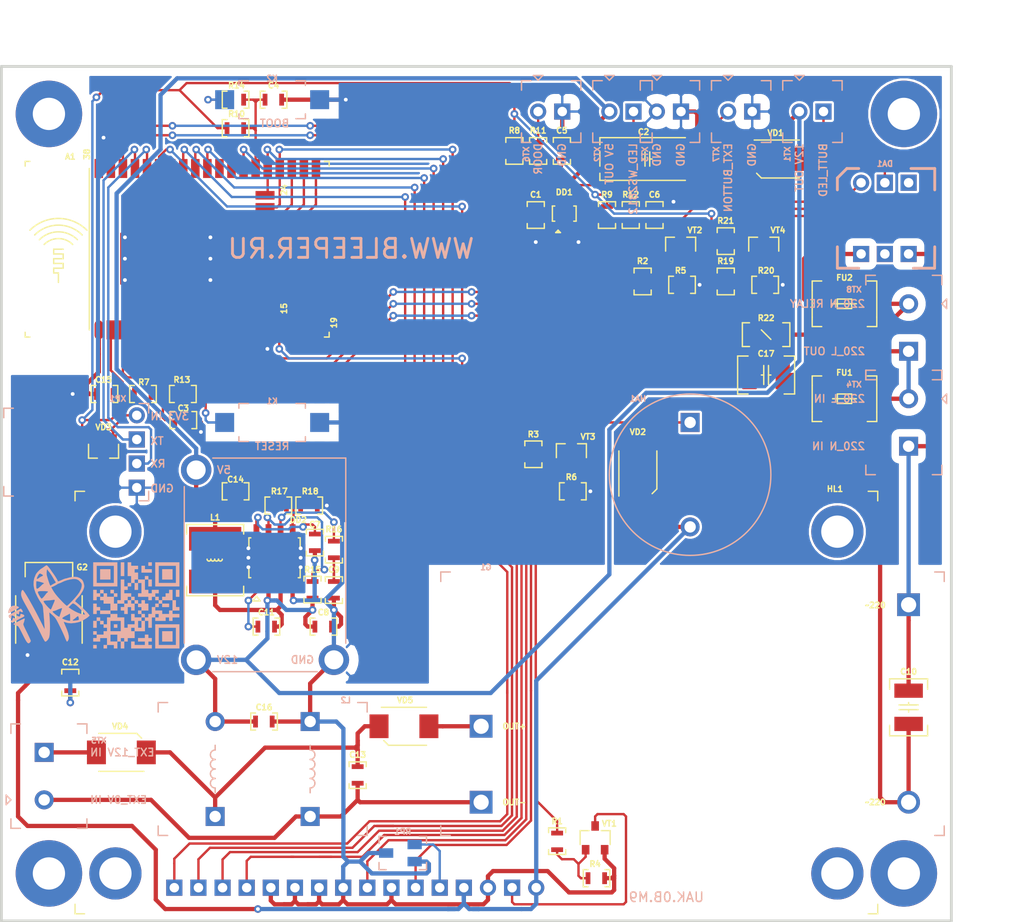
<source format=kicad_pcb>
(kicad_pcb (version 20171130) (host pcbnew "(5.1.4)-1")
  (layers (0 F.Cu signal) (31 B.Cu signal) (34 B.Paste user) (35 F.Paste user) (36 B.SilkS user) (37 F.SilkS user) (38 B.Mask user) (39 F.Mask user) (44 Edge.Cuts user))
  (net 0 "")
  (net 1 "Net-(A1-Pad17)")
  (net 2 "Net-(A1-Pad18)")
  (net 3 "Net-(A1-Pad19)")
  (net 4 "Net-(A1-Pad20)")
  (net 5 "Net-(A1-Pad21)")
  (net 6 "Net-(A1-Pad22)")
  (net 7 "Net-(A1-Pad13)")
  (net 8 "Net-(A1-Pad27)")
  (net 9 "Net-(A1-Pad28)")
  (net 10 "Net-(A1-Pad9)")
  (net 11 "Net-(A1-Pad8)")
  (net 12 "Net-(A1-Pad32)")
  (net 13 "Net-(A1-Pad7)")
  (net 14 "Net-(A1-Pad6)")
  (net 15 "Net-(A1-Pad5)")
  (net 16 "Net-(A1-Pad4)")
  (net 17 /220_N)
  (net 18 BOTTOM)
  (net 19 /220_L)
  (net 20 "Net-(X4-Pad1)")
  (net 21 "Net-(HL1-Pad16)")
  (net 22 "Net-(HL1-Pad3)")
  (net 23 /BOOT_SEL)
  (net 24 /BOOT_UART_RX)
  (net 25 /BOOT_UART_TX)
  (net 26 /EN_RESET)
  (net 27 /3V3)
  (net 28 "Net-(K1-Pad2)")
  (net 29 "Net-(K2-Pad2)")
  (net 30 /MC_OUT_1)
  (net 31 /DOOR_SENSOR)
  (net 32 /BUZZER)
  (net 33 /LCD_DATA_7)
  (net 34 /LCD_DATA_5)
  (net 35 /LCD_E)
  (net 36 /LCD_A0)
  (net 37 /LCD_DATA_4)
  (net 38 /LCD_DATA_6)
  (net 39 /LCD_LED)
  (net 40 /12V)
  (net 41 /5V)
  (net 42 "Net-(HA1-Pad2)")
  (net 43 /DOOR_1)
  (net 44 /D_OUT_1)
  (net 45 "Net-(A1-Pad14)")
  (net 46 /EXT_BUTTON)
  (net 47 /LED_WS2812)
  (net 48 /0V_RES)
  (net 49 /LED_OUT)
  (net 50 /BUTT_1)
  (net 51 /12V_RES)
  (net 52 "Net-(C7-Pad1)")
  (net 53 "Net-(C9-Pad1)")
  (net 54 "Net-(C11-Pad1)")
  (net 55 "Net-(DD2-Pad7)")
  (net 56 "Net-(DD2-Pad6)")
  (net 57 "Net-(DD2-Pad5)")
  (net 58 "Net-(R1-Pad1)")
  (net 59 "Net-(R2-Pad1)")
  (net 60 "Net-(R3-Pad1)")
  (net 61 "Net-(VD3-Pad1)")
  (net 62 "Net-(X1-Pad1)")
  (net 63 "Net-(X2-Pad1)")
  (net 64 "Net-(X3-Pad1)")
  (net 65 /MC_220_OUT)
  (net 66 /220_N_OUT)
  (net 67 "Net-(C17-Pad1)")
  (net 68 "Net-(DA1-Pad3)")
  (net 69 "Net-(R19-Pad1)")
  (net 70 "Net-(DA1-Pad2)")
  (net 71 "Net-(DA1-Pad1)")
  (net 72 /SUPPLY_POWER/220_L_FU)
  (net 73 "Net-(DA1-Pad5)")
  (net 74 /220_N_FU)
  (net 75 /SUPPLY_POWER/12V_NOISE)
  (net 76 /SUPPLY_POWER/12V_OUT_G)
  (net 77 /GND)
  (net 78 /SUPPLY_POWER/5V_DC-DC)
  (module N_ICO:El-nikitos_QR_10x10 (layer B.Cu) (at 89.2 106.8 180)
    (fp_text reference D2 hide)
    (fp_text value QR hide)
  )
  (module N_ICO:ni_10x10 (layer B.Cu) (at 79.4 107.2 180)
    (fp_text reference D1 hide)
    (fp_text value NI hide)
  )
  (module N_DD:DIP6 (layer B.Cu) (at 165.5 62.25 270)
    (fp_text reference DA1 (at -2 -2.5 180) (layer B.SilkS) (effects (font (size 0.6 0.6)) (justify mirror)))
    (fp_text value МОП-реле_КР293КП1Б)
    (pad 1 thru_hole circle (at 0 0 270) (size 1.7 1.7) (drill 1) (layers *.Cu *.Paste *.Mask) (net 71 "Net-(DA1-Pad1)"))
    (pad 2 thru_hole rect (at 0 -2.5 270) (size 1.7 1.7) (drill 1) (layers *.Cu *.Paste *.Mask) (net 70 "Net-(DA1-Pad2)"))
    (pad 3 thru_hole rect (at 0 -5 270) (size 1.7 1.7) (drill 1) (layers *.Cu *.Paste *.Mask) (net 68 "Net-(DA1-Pad3)"))
    (pad 4 thru_hole rect (at 7.5 -5 270) (size 1.7 1.7) (drill 1) (layers *.Cu *.Paste *.Mask) (net 17 /220_N))
    (pad 5 thru_hole rect (at 7.5 -2.5 270) (size 1.7 1.7) (drill 1) (layers *.Cu *.Paste *.Mask) (net 73 "Net-(DA1-Pad5)"))
    (pad 6 thru_hole rect (at 7.5 0 270) (size 1.7 1.7) (drill 1) (layers *.Cu *.Paste *.Mask) (net 74 /220_N_FU))
  )
  (module N_RLC:Предохранитель_SMD_1812 (layer F.Cu) (at 161.5 75)
    (fp_text reference FU2 (at 2.25 -2.75 180) (layer F.SilkS) (effects (font (size 0.6 0.6))))
    (fp_text value Предохранитель)
    (pad 2 smd rect (at 4.5 0) (size 1.5 4) (layers F.Cu F.Paste F.Mask) (net 66 /220_N_OUT) (clearance 0.2))
    (pad 1 smd rect (at 0 0) (size 1.5 4) (layers F.Cu F.Paste F.Mask) (net 74 /220_N_FU) (clearance 0.2))
  )
  (module N_VD_HL:ЖК_MT-16S2H (layer F.Cu) (at 87 135)
    (fp_text reference HL1 (at 75.75 -40.5) (layer F.SilkS) (effects (font (size 0.6 0.6))))
    (fp_text value Жидкокристалический_индикатор_MT-16S2H-2KLW)
    (pad 15 thru_hole oval (at 44.3 1.5) (size 1.7 1.7) (drill 1) (layers *.Cu *.Mask) (net 41 /5V) (clearance 0.2))
    (pad 16 thru_hole rect (at 41.76 1.5) (size 1.7 1.7) (drill 1) (layers *.Cu *.Mask) (net 21 "Net-(HL1-Pad16)") (clearance 0.2))
    (pad 1 thru_hole circle (at 39.22 1.5) (size 1.7 1.7) (drill 1) (layers *.Cu *.Mask) (net 77 /GND) (clearance 0.2))
    (pad 2 thru_hole rect (at 36.68 1.5) (size 1.7 1.7) (drill 1) (layers *.Cu *.Mask) (net 41 /5V) (clearance 0.2))
    (pad 3 thru_hole rect (at 34.14 1.5) (size 1.7 1.7) (drill 1) (layers *.Cu *.Mask) (net 22 "Net-(HL1-Pad3)") (clearance 0.2))
    (pad 4 thru_hole rect (at 31.6 1.5) (size 1.7 1.7) (drill 1) (layers *.Cu *.Mask) (net 36 /LCD_A0) (clearance 0.2))
    (pad 5 thru_hole rect (at 29.06 1.5) (size 1.7 1.7) (drill 1) (layers *.Cu *.Mask) (net 77 /GND) (clearance 0.2))
    (pad 6 thru_hole rect (at 26.52 1.5) (size 1.7 1.7) (drill 1) (layers *.Cu *.Mask) (net 35 /LCD_E) (clearance 0.2))
    (pad 7 thru_hole rect (at 23.98 1.5) (size 1.7 1.7) (drill 1) (layers *.Cu *.Mask) (net 77 /GND) (clearance 0.2))
    (pad 8 thru_hole rect (at 21.44 1.5) (size 1.7 1.7) (drill 1) (layers *.Cu *.Mask) (net 77 /GND) (clearance 0.2))
    (pad 9 thru_hole rect (at 18.9 1.5) (size 1.7 1.7) (drill 1) (layers *.Cu *.Mask) (net 77 /GND) (clearance 0.2))
    (pad 10 thru_hole rect (at 16.36 1.5) (size 1.7 1.7) (drill 1) (layers *.Cu *.Mask) (net 77 /GND) (clearance 0.2))
    (pad 11 thru_hole rect (at 13.82 1.5) (size 1.7 1.7) (drill 1) (layers *.Cu *.Mask) (net 37 /LCD_DATA_4) (clearance 0.2))
    (pad 12 thru_hole rect (at 11.28 1.5) (size 1.7 1.7) (drill 1) (layers *.Cu *.Mask) (net 34 /LCD_DATA_5) (clearance 0.2))
    (pad 13 thru_hole rect (at 8.74 1.5) (size 1.7 1.7) (drill 1) (layers *.Cu *.Mask) (net 38 /LCD_DATA_6) (clearance 0.2))
    (pad 14 thru_hole rect (at 6.2 1.5) (size 1.7 1.7) (drill 1) (layers *.Cu *.Mask) (net 33 /LCD_DATA_7) (clearance 0.2))
    (pad 0 thru_hole circle (at 0 -36) (size 5.5 5.5) (drill 3.4) (layers *.Cu *.Mask) (clearance 0.2))
    (pad 0 thru_hole circle (at 76 -36) (size 5.5 5.5) (drill 3.4) (layers *.Cu *.Mask) (clearance 0.2))
    (pad 0 thru_hole circle (at 76 0) (size 5.5 5.5) (drill 3.4) (layers *.Cu *.Mask) (clearance 0.2))
    (pad 0 thru_hole circle (at 0 0) (size 5.5 5.5) (drill 3.4) (layers *.Cu *.Mask) (clearance 0.2))
  )
  (module N_X:Клеммник_х2_шаг5 (layer B.Cu) (at 170.5 75 270)
    (fp_text reference XT8 (at -1.5 5.75 180) (layer B.SilkS) (effects (font (size 0.6 0.6)) (justify mirror)))
    (fp_text value Клеммник_х2_KLS2-300-5.00-02P-2S)
    (pad 2 thru_hole rect (at 5 0 270) (size 2 2) (drill 1.2) (layers *.Cu *.Mask) (net 19 /220_L))
    (pad 1 thru_hole circle (at 0 0 270) (size 2 2) (drill 1.2) (layers *.Cu *.Mask) (net 66 /220_N_OUT))
  )
  (module MOTOR_VD_VT_HL:Корпус_КТ-46 (layer F.Cu) (at 155.25 68.75 90)
    (fp_text reference VT4 (at 1.5 1.5 180) (layer F.SilkS) (effects (font (size 0.6 0.6))))
    (fp_text value Транзистор_полевой_N-канальный_IRLML6344TR)
    (pad 3 smd rect (at 1.25 0 90) (size 1 0.8) (layers F.Cu F.Paste F.Mask) (net 71 "Net-(DA1-Pad1)"))
    (pad 2 smd rect (at -1.25 1 90) (size 1 0.8) (layers F.Cu F.Paste F.Mask) (net 77 /GND))
    (pad 1 smd rect (at -1.25 -1 90) (size 1 0.8) (layers F.Cu F.Paste F.Mask) (net 69 "Net-(R19-Pad1)"))
  )
  (module N_RLC:Резистор_SMD_1206-0,25_Вт (layer F.Cu) (at 157.25 78.25 180)
    (fp_text reference R22 (at 1.75 1.75) (layer F.SilkS) (effects (font (size 0.6 0.6))))
    (fp_text value Резистор_0,25Вт)
    (pad 2 smd rect (at 3.5 0 180) (size 1 2) (layers F.Cu F.Paste F.Mask) (net 67 "Net-(C17-Pad1)"))
    (pad 1 smd rect (at 0 0 180) (size 1 2) (layers F.Cu F.Paste F.Mask) (net 66 /220_N_OUT))
  )
  (module N_RLC:Резистор_SMD_0603_0,065_Вт (layer F.Cu) (at 151.25 67.5 270)
    (fp_text reference R21 (at -1.25 0 180) (layer F.SilkS) (effects (font (size 0.6 0.6))))
    (fp_text value Резистор_0,065Вт)
    (pad 2 smd rect (at 1.75 0 270) (size 0.5 1.25) (layers F.Cu F.Paste F.Mask) (net 27 /3V3) (clearance 0.2))
    (pad 1 smd rect (at 0 0 270) (size 0.5 1.25) (layers F.Cu F.Paste F.Mask) (net 70 "Net-(DA1-Pad2)") (clearance 0.2))
  )
  (module N_RLC:Резистор_SMD_0603_0,065_Вт (layer F.Cu) (at 154.5 73)
    (fp_text reference R20 (at 1 -1.5) (layer F.SilkS) (effects (font (size 0.6 0.6))))
    (fp_text value Резистор_0,065Вт)
    (pad 2 smd rect (at 1.75 0) (size 0.5 1.25) (layers F.Cu F.Paste F.Mask) (net 77 /GND) (clearance 0.2))
    (pad 1 smd rect (at 0 0) (size 0.5 1.25) (layers F.Cu F.Paste F.Mask) (net 69 "Net-(R19-Pad1)") (clearance 0.2))
  )
  (module N_RLC:Резистор_SMD_0603_0,065_Вт (layer F.Cu) (at 151.25 71.75 270)
    (fp_text reference R19 (at -1.25 0 180) (layer F.SilkS) (effects (font (size 0.6 0.6))))
    (fp_text value Резистор_0,065Вт)
    (pad 2 smd rect (at 1.75 0 270) (size 0.5 1.25) (layers F.Cu F.Paste F.Mask) (net 65 /MC_220_OUT) (clearance 0.2))
    (pad 1 smd rect (at 0 0 270) (size 0.5 1.25) (layers F.Cu F.Paste F.Mask) (net 69 "Net-(R19-Pad1)") (clearance 0.2))
  )
  (module N_RLC:Конденсатор_SMD_1210 (layer F.Cu) (at 153.75 82.5)
    (fp_text reference C17 (at 1.75 -2.25 180) (layer F.SilkS) (effects (font (size 0.6 0.6))))
    (fp_text value Конденсатор_керамический)
    (pad 2 smd rect (at 3.5 0) (size 1.5 3) (layers F.Cu F.Paste F.Mask) (net 19 /220_L) (clearance 0.2))
    (pad 1 smd rect (at 0 0) (size 1.5 3) (layers F.Cu F.Paste F.Mask) (net 67 "Net-(C17-Pad1)") (clearance 0.2))
  )
  (module N_X:Клеммник_х2_шаг2.54 (layer B.Cu) (at 151.5 54.75)
    (fp_text reference XT7 (at -1.25 4.5 90) (layer B.SilkS) (effects (font (size 0.6 0.6)) (justify mirror)))
    (fp_text value Клеммник_х2_308-021-14)
    (pad 2 thru_hole rect (at 2.54 0) (size 1.7 1.7) (drill 1) (layers *.Cu *.Mask) (net 77 /GND))
    (pad 1 thru_hole circle (at 0 0) (size 1.7 1.7) (drill 1) (layers *.Cu *.Mask) (net 50 /BUTT_1))
  )
  (module N_X:Клеммник_х2_шаг5 (layer B.Cu) (at 79.5 127.25 90)
    (fp_text reference XT5 (at 6.25 5.75 180) (layer B.SilkS) (effects (font (size 0.6 0.6)) (justify mirror)))
    (fp_text value Клеммник_х2_KLS2-300-5.00-02P-2S)
    (pad 2 thru_hole rect (at 5 0 90) (size 2 2) (drill 1.2) (layers *.Cu *.Mask) (net 51 /12V_RES))
    (pad 1 thru_hole circle (at 0 0 90) (size 2 2) (drill 1.2) (layers *.Cu *.Mask) (net 48 /0V_RES))
  )
  (module N_X:Клеммник_х2_шаг2.54 (layer B.Cu) (at 144 54.75)
    (fp_text reference XT3 (at -1.25 4.5 90) (layer B.SilkS) (effects (font (size 0.6 0.6)) (justify mirror)))
    (fp_text value Клеммник_х2_308-021-14)
    (pad 2 thru_hole rect (at 2.54 0) (size 1.7 1.7) (drill 1) (layers *.Cu *.Mask) (net 77 /GND))
    (pad 1 thru_hole circle (at 0 0) (size 1.7 1.7) (drill 1) (layers *.Cu *.Mask) (net 77 /GND))
  )
  (module N_X:Клеммник_х2_шаг2.54 (layer B.Cu) (at 139 54.75)
    (fp_text reference XT2 (at -1.25 4.5 90) (layer B.SilkS) (effects (font (size 0.6 0.6)) (justify mirror)))
    (fp_text value Клеммник_х2_308-021-14)
    (pad 2 thru_hole rect (at 2.54 0) (size 1.7 1.7) (drill 1) (layers *.Cu *.Mask) (net 49 /LED_OUT))
    (pad 1 thru_hole circle (at 0 0) (size 1.7 1.7) (drill 1) (layers *.Cu *.Mask) (net 41 /5V))
  )
  (module N_VD_HL:Диод_SMB (layer F.Cu) (at 119.75 119.5 180)
    (fp_text reference VD5 (at 2.25 2.75) (layer F.SilkS) (effects (font (size 0.6 0.6))))
    (fp_text value Диод_шоттки_SK16)
    (pad 2 smd rect (at 5 0 270) (size 2.5 2) (layers F.Cu F.Paste F.Mask) (net 75 /SUPPLY_POWER/12V_NOISE))
    (pad 1 smd rect (at -0.25 0 270) (size 2.5 2) (layers F.Cu F.Paste F.Mask) (net 76 /SUPPLY_POWER/12V_OUT_G))
  )
  (module N_VD_HL:Диод_SMB (layer F.Cu) (at 85.25 122.25)
    (fp_text reference VD4 (at 2.25 -2.75) (layer F.SilkS) (effects (font (size 0.6 0.6))))
    (fp_text value Диод_шоттки_SK16)
    (pad 2 smd rect (at 5 0 90) (size 2.5 2) (layers F.Cu F.Paste F.Mask) (net 75 /SUPPLY_POWER/12V_NOISE))
    (pad 1 smd rect (at -0.25 0 90) (size 2.5 2) (layers F.Cu F.Paste F.Mask) (net 51 /12V_RES))
  )
  (module N_RLC:Резистор_SMD_0603_0,065_Вт (layer F.Cu) (at 141.25 64.75 270)
    (fp_text reference R12 (at -1.25 0 180) (layer F.SilkS) (effects (font (size 0.6 0.6))))
    (fp_text value Резистор_0,065Вт)
    (pad 2 smd rect (at 1.75 0 270) (size 0.5 1.25) (layers F.Cu F.Paste F.Mask) (net 46 /EXT_BUTTON) (clearance 0.2))
    (pad 1 smd rect (at 0 0 270) (size 0.5 1.25) (layers F.Cu F.Paste F.Mask) (net 50 /BUTT_1) (clearance 0.2))
  )
  (module N_RLC:Резистор_SMD_0603_0,065_Вт (layer F.Cu) (at 138.75 64.75 270)
    (fp_text reference R9 (at -1.25 0 180) (layer F.SilkS) (effects (font (size 0.6 0.6))))
    (fp_text value Резистор_0,065Вт)
    (pad 2 smd rect (at 1.75 0 270) (size 0.5 1.25) (layers F.Cu F.Paste F.Mask) (net 46 /EXT_BUTTON) (clearance 0.2))
    (pad 1 smd rect (at 0 0 270) (size 0.5 1.25) (layers F.Cu F.Paste F.Mask) (net 27 /3V3) (clearance 0.2))
  )
  (module N_DD:SC-70-5 (layer F.Cu) (at 134.25 65.5 90)
    (fp_text reference DD1 (at 2.25 0 180) (layer F.SilkS) (effects (font (size 0.6 0.6))))
    (fp_text value Повторитель_M74VHC1GT125)
    (pad 4 smd rect (at 1.15 0.65 90) (size 0.8 0.4) (layers F.Cu F.Paste F.Mask) (net 49 /LED_OUT))
    (pad 3 smd rect (at -1.15 0.65 90) (size 0.8 0.4) (layers F.Cu F.Paste F.Mask) (net 77 /GND))
    (pad 2 smd rect (at -1.15 0 90) (size 0.8 0.4) (layers F.Cu F.Paste F.Mask) (net 47 /LED_WS2812))
    (pad 5 smd rect (at 1.15 -0.65 90) (size 0.8 0.4) (layers F.Cu F.Paste F.Mask) (net 41 /5V))
    (pad 1 smd rect (at -1.15 -0.65 90) (size 0.8 0.4) (layers F.Cu F.Paste F.Mask) (net 77 /GND))
  )
  (module N_RLC:Конденсатор_SMD_0603 (layer F.Cu) (at 143.75 64.75 270)
    (fp_text reference C6 (at -1.25 0 180) (layer F.SilkS) (effects (font (size 0.6 0.6))))
    (fp_text value Конденсатор_керамический)
    (pad 2 smd rect (at 1.75 0 270) (size 0.5 1.25) (layers F.Cu F.Paste F.Mask) (net 46 /EXT_BUTTON) (clearance 0.2))
    (pad 1 smd rect (at 0 0 270) (size 0.5 1.25) (layers F.Cu F.Paste F.Mask) (net 77 /GND) (clearance 0.2))
  )
  (module MOTOR_RLC:Конденсатор_тантал_SMD_m7343 (layer F.Cu) (at 139.25 59.75)
    (fp_text reference C2 (at 3.349999 -2.850001) (layer F.SilkS) (effects (font (size 0.6 0.6))))
    (fp_text value Конденсатор_К53-56А-32В-22_мкФ+-10проц.)
    (pad 2 smd rect (at 7.25 0) (size 1.5 3.5) (layers F.Cu F.Paste F.Mask) (net 77 /GND))
    (pad 1 smd rect (at 0 0) (size 1.5 3.5) (layers F.Cu F.Paste F.Mask) (net 41 /5V))
  )
  (module N_RLC:Конденсатор_SMD_0603 (layer F.Cu) (at 131.25 64.75 270)
    (fp_text reference C1 (at -1.25 0 180) (layer F.SilkS) (effects (font (size 0.6 0.6))))
    (fp_text value Конденсатор_керамический)
    (pad 2 smd rect (at 1.75 0 270) (size 0.5 1.25) (layers F.Cu F.Paste F.Mask) (net 77 /GND) (clearance 0.2))
    (pad 1 smd rect (at 0 0 270) (size 0.5 1.25) (layers F.Cu F.Paste F.Mask) (net 41 /5V) (clearance 0.2))
  )
  (module N_VD_HL:Зуммер_HPA17F (layer B.Cu) (at 147.5 93 90)
    (fp_text reference HA1 (at 8 -5.5 180) (layer B.SilkS) (effects (font (size 0.6 0.6)) (justify mirror)))
    (fp_text value Излучатель_HPA17F)
    (pad 2 thru_hole rect (at 5.5 0 90) (size 2 2) (drill 1.2) (layers *.Cu *.Mask) (net 42 "Net-(HA1-Pad2)"))
    (pad 1 thru_hole circle (at -5.5 0 90) (size 2 2) (drill 1.2) (layers *.Cu *.Mask) (net 41 /5V))
  )
  (module N_X:Клеммник_х2_шаг2.54 (layer B.Cu) (at 131.5 54.75)
    (fp_text reference XT6 (at -1.25 4.5 90) (layer B.SilkS) (effects (font (size 0.6 0.6)) (justify mirror)))
    (fp_text value Клеммник_х2_308-021-14)
    (pad 2 thru_hole rect (at 2.54 0) (size 1.7 1.7) (drill 1) (layers *.Cu *.Mask) (net 77 /GND))
    (pad 1 thru_hole circle (at 0 0) (size 1.7 1.7) (drill 1) (layers *.Cu *.Mask) (net 43 /DOOR_1))
  )
  (module N_X:Клеммник_х2_шаг2.54 (layer B.Cu) (at 159 54.75)
    (fp_text reference XT1 (at -1.25 4.5 90) (layer B.SilkS) (effects (font (size 0.6 0.6)) (justify mirror)))
    (fp_text value Клеммник_х2_308-021-14)
    (pad 2 thru_hole rect (at 2.54 0) (size 1.7 1.7) (drill 1) (layers *.Cu *.Mask) (net 44 /D_OUT_1))
    (pad 1 thru_hole circle (at 0 0) (size 1.7 1.7) (drill 1) (layers *.Cu *.Mask) (net 40 /12V))
  )
  (module MOTOR_VD_VT_HL:Корпус_КТ-46 (layer F.Cu) (at 135 90.5 90)
    (fp_text reference VT3 (at 1.5 1.75 180) (layer F.SilkS) (effects (font (size 0.6 0.6))))
    (fp_text value Транзистор_полевой_N-канальный_IRLML6344TR)
    (pad 3 smd rect (at 1.25 0 90) (size 1 0.8) (layers F.Cu F.Paste F.Mask) (net 42 "Net-(HA1-Pad2)"))
    (pad 2 smd rect (at -1.25 1 90) (size 1 0.8) (layers F.Cu F.Paste F.Mask) (net 77 /GND))
    (pad 1 smd rect (at -1.25 -1 90) (size 1 0.8) (layers F.Cu F.Paste F.Mask) (net 60 "Net-(R3-Pad1)"))
  )
  (module MOTOR_VD_VT_HL:Корпус_КТ-46 (layer F.Cu) (at 146.5 68.75 90)
    (fp_text reference VT2 (at 1.5 1.5 180) (layer F.SilkS) (effects (font (size 0.6 0.6))))
    (fp_text value Транзистор_полевой_N-канальный_IRLML6344TR)
    (pad 3 smd rect (at 1.25 0 90) (size 1 0.8) (layers F.Cu F.Paste F.Mask) (net 44 /D_OUT_1))
    (pad 2 smd rect (at -1.25 1 90) (size 1 0.8) (layers F.Cu F.Paste F.Mask) (net 77 /GND))
    (pad 1 smd rect (at -1.25 -1 90) (size 1 0.8) (layers F.Cu F.Paste F.Mask) (net 59 "Net-(R2-Pad1)"))
  )
  (module MOTOR_VD_VT_HL:Корпус_КТ-46 (layer F.Cu) (at 137.5 131.25 90)
    (fp_text reference VT1 (at 1.5 1.5 180) (layer F.SilkS) (effects (font (size 0.6 0.6))))
    (fp_text value Транзистор_полевой_N-канальный_IRLML6344TR)
    (pad 3 smd rect (at 1.25 0 90) (size 1 0.8) (layers F.Cu F.Paste F.Mask) (net 21 "Net-(HL1-Pad16)"))
    (pad 2 smd rect (at -1.25 1 90) (size 1 0.8) (layers F.Cu F.Paste F.Mask) (net 77 /GND))
    (pad 1 smd rect (at -1.25 -1 90) (size 1 0.8) (layers F.Cu F.Paste F.Mask) (net 58 "Net-(R1-Pad1)"))
  )
  (module N_VD_HL:Диод_SMB (layer F.Cu) (at 142 90.5 270)
    (fp_text reference VD2 (at -2 0 180) (layer F.SilkS) (effects (font (size 0.6 0.6))))
    (fp_text value Диод_шоттки_SK16)
    (pad 2 smd rect (at 5 0) (size 2.5 2) (layers F.Cu F.Paste F.Mask) (net 41 /5V))
    (pad 1 smd rect (at -0.25 0) (size 2.5 2) (layers F.Cu F.Paste F.Mask) (net 42 "Net-(HA1-Pad2)"))
  )
  (module N_VD_HL:Диод_SMB (layer F.Cu) (at 159 59.75 180)
    (fp_text reference VD1 (at 2.5 2.75) (layer F.SilkS) (effects (font (size 0.6 0.6))))
    (fp_text value Диод_шоттки_SK16)
    (pad 2 smd rect (at 5 0 270) (size 2.5 2) (layers F.Cu F.Paste F.Mask) (net 40 /12V))
    (pad 1 smd rect (at -0.25 0 270) (size 2.5 2) (layers F.Cu F.Paste F.Mask) (net 44 /D_OUT_1))
  )
  (module MOTOR_IMPORT_OTK:резистор_подстроечный_PVZ3A334 (layer B.Cu) (at 117 132.85 270)
    (fp_text reference RP1 (at -2.25 -0.25 180) (layer B.SilkS) (effects (font (size 0.6 0.6)) (justify mirror)))
    (fp_text value Резистор_подстроечный_PVA3A103)
    (pad 2 smd rect (at 0 1.5 270) (size 1 1.5) (layers B.Cu B.Paste B.Mask) (net 77 /GND))
    (pad 1 smd rect (at -0.9 -1.5 270) (size 1 1.5) (layers B.Cu B.Paste B.Mask) (net 22 "Net-(HL1-Pad3)"))
    (pad 3 smd rect (at 0.9 -1.5 270) (size 1 1.5) (layers B.Cu B.Paste B.Mask) (net 77 /GND))
  )
  (module N_RLC:Резистор_SMD_0603_0,065_Вт (layer F.Cu) (at 131.5 58 270)
    (fp_text reference R11 (at -1.25 0 180) (layer F.SilkS) (effects (font (size 0.6 0.6))))
    (fp_text value Резистор_0,065Вт)
    (pad 2 smd rect (at 1.75 0 270) (size 0.5 1.25) (layers F.Cu F.Paste F.Mask) (net 31 /DOOR_SENSOR) (clearance 0.2))
    (pad 1 smd rect (at 0 0 270) (size 0.5 1.25) (layers F.Cu F.Paste F.Mask) (net 43 /DOOR_1) (clearance 0.2))
  )
  (module N_RLC:Резистор_SMD_0603_0,065_Вт (layer F.Cu) (at 129 58 270)
    (fp_text reference R8 (at -1.25 0 180) (layer F.SilkS) (effects (font (size 0.6 0.6))))
    (fp_text value Резистор_0,065Вт)
    (pad 2 smd rect (at 1.75 0 270) (size 0.5 1.25) (layers F.Cu F.Paste F.Mask) (net 31 /DOOR_SENSOR) (clearance 0.2))
    (pad 1 smd rect (at 0 0 270) (size 0.5 1.25) (layers F.Cu F.Paste F.Mask) (net 27 /3V3) (clearance 0.2))
  )
  (module N_RLC:Резистор_SMD_0603_0,065_Вт (layer F.Cu) (at 134.25 94.75)
    (fp_text reference R6 (at 0.75 -1.5) (layer F.SilkS) (effects (font (size 0.6 0.6))))
    (fp_text value Резистор_0,065Вт)
    (pad 2 smd rect (at 1.75 0) (size 0.5 1.25) (layers F.Cu F.Paste F.Mask) (net 77 /GND) (clearance 0.2))
    (pad 1 smd rect (at 0 0) (size 0.5 1.25) (layers F.Cu F.Paste F.Mask) (net 60 "Net-(R3-Pad1)") (clearance 0.2))
  )
  (module N_RLC:Резистор_SMD_0603_0,065_Вт (layer F.Cu) (at 145.75 73)
    (fp_text reference R5 (at 0.75 -1.5) (layer F.SilkS) (effects (font (size 0.6 0.6))))
    (fp_text value Резистор_0,065Вт)
    (pad 2 smd rect (at 1.75 0) (size 0.5 1.25) (layers F.Cu F.Paste F.Mask) (net 77 /GND) (clearance 0.2))
    (pad 1 smd rect (at 0 0) (size 0.5 1.25) (layers F.Cu F.Paste F.Mask) (net 59 "Net-(R2-Pad1)") (clearance 0.2))
  )
  (module N_RLC:Резистор_SMD_0603_0,065_Вт (layer F.Cu) (at 136.75 135.5)
    (fp_text reference R4 (at 0.75 -1.5) (layer F.SilkS) (effects (font (size 0.6 0.6))))
    (fp_text value Резистор_0,065Вт)
    (pad 2 smd rect (at 1.75 0) (size 0.5 1.25) (layers F.Cu F.Paste F.Mask) (net 77 /GND) (clearance 0.2))
    (pad 1 smd rect (at 0 0) (size 0.5 1.25) (layers F.Cu F.Paste F.Mask) (net 58 "Net-(R1-Pad1)") (clearance 0.2))
  )
  (module N_RLC:Резистор_SMD_0603_0,065_Вт (layer F.Cu) (at 131 91.75 90)
    (fp_text reference R3 (at 3 0 180) (layer F.SilkS) (effects (font (size 0.6 0.6))))
    (fp_text value Резистор_0,065Вт)
    (pad 2 smd rect (at 1.75 0 90) (size 0.5 1.25) (layers F.Cu F.Paste F.Mask) (net 32 /BUZZER) (clearance 0.2))
    (pad 1 smd rect (at 0 0 90) (size 0.5 1.25) (layers F.Cu F.Paste F.Mask) (net 60 "Net-(R3-Pad1)") (clearance 0.2))
  )
  (module N_RLC:Резистор_SMD_0603_0,065_Вт (layer F.Cu) (at 142.5 71.75 270)
    (fp_text reference R2 (at -1.25 0 180) (layer F.SilkS) (effects (font (size 0.6 0.6))))
    (fp_text value Резистор_0,065Вт)
    (pad 2 smd rect (at 1.75 0 270) (size 0.5 1.25) (layers F.Cu F.Paste F.Mask) (net 30 /MC_OUT_1) (clearance 0.2))
    (pad 1 smd rect (at 0 0 270) (size 0.5 1.25) (layers F.Cu F.Paste F.Mask) (net 59 "Net-(R2-Pad1)") (clearance 0.2))
  )
  (module N_RLC:Резистор_SMD_0603_0,065_Вт (layer F.Cu) (at 133.5 132.5 90)
    (fp_text reference R1 (at 3 0 180) (layer F.SilkS) (effects (font (size 0.6 0.6))))
    (fp_text value Резистор_0,065Вт)
    (pad 2 smd rect (at 1.75 0 90) (size 0.5 1.25) (layers F.Cu F.Paste F.Mask) (net 39 /LCD_LED) (clearance 0.2))
    (pad 1 smd rect (at 0 0 90) (size 0.5 1.25) (layers F.Cu F.Paste F.Mask) (net 58 "Net-(R1-Pad1)") (clearance 0.2))
  )
  (module N_RLC:Конденсатор_SMD_0603 (layer F.Cu) (at 134 58 270)
    (fp_text reference C5 (at -1.25 0 180) (layer F.SilkS) (effects (font (size 0.6 0.6))))
    (fp_text value Конденсатор_керамический)
    (pad 2 smd rect (at 1.75 0 270) (size 0.5 1.25) (layers F.Cu F.Paste F.Mask) (net 31 /DOOR_SENSOR) (clearance 0.2))
    (pad 1 smd rect (at 0 0 270) (size 0.5 1.25) (layers F.Cu F.Paste F.Mask) (net 77 /GND) (clearance 0.2))
  )
  (module N_RLC:Конденсатор_SMD_0603 (layer F.Cu) (at 102.75 53.5)
    (fp_text reference C4 (at 0.9 -1.5) (layer F.SilkS) (effects (font (size 0.6 0.6))))
    (fp_text value Конденсатор_керамический)
    (pad 2 smd rect (at 1.75 0) (size 0.5 1.25) (layers F.Cu F.Paste F.Mask) (net 77 /GND) (clearance 0.2))
    (pad 1 smd rect (at 0 0) (size 0.5 1.25) (layers F.Cu F.Paste F.Mask) (net 23 /BOOT_SEL) (clearance 0.2))
  )
  (module N_RLC:Конденсатор_SMD_0603 (layer F.Cu) (at 93.25 87.25)
    (fp_text reference C3 (at 0.9 -1.25) (layer F.SilkS) (effects (font (size 0.6 0.6))))
    (fp_text value Конденсатор_керамический)
    (pad 2 smd rect (at 1.75 0) (size 0.5 1.25) (layers F.Cu F.Paste F.Mask) (net 77 /GND) (clearance 0.2))
    (pad 1 smd rect (at 0 0) (size 0.5 1.25) (layers F.Cu F.Paste F.Mask) (net 26 /EN_RESET) (clearance 0.2))
  )
  (module MOTOR_X:Вилка_СНП389-4ВП32-1-1 (layer B.Cu) (at 89.25 86.75 270)
    (fp_text reference XP1 (at -1.75 2) (layer B.SilkS) (effects (font (size 0.6 0.6)) (justify mirror)))
    (fp_text value Вилка_WF-4R)
    (pad 4 thru_hole rect (at 7.62 0 270) (size 1.7 1.7) (drill 1) (layers *.Cu *.Mask) (net 77 /GND))
    (pad 3 thru_hole rect (at 5.08 0 270) (size 1.7 1.7) (drill 1) (layers *.Cu *.Mask) (net 24 /BOOT_UART_RX))
    (pad 2 thru_hole rect (at 2.54 0 270) (size 1.7 1.7) (drill 1) (layers *.Cu *.Mask) (net 25 /BOOT_UART_TX))
    (pad 1 thru_hole circle (at 0 0 270) (size 1.7 1.7) (drill 1) (layers *.Cu *.Mask) (net 61 "Net-(VD3-Pad1)"))
  )
  (module MOTOR_VD_VT_HL:Корпус_КТ-46 (layer F.Cu) (at 85.75 90.5 270)
    (fp_text reference VD3 (at -2.5 0 180) (layer F.SilkS) (effects (font (size 0.6 0.6))))
    (fp_text value Набор_диодов_BAR43CFILM)
    (pad 3 smd rect (at 1.25 0 270) (size 1 0.8) (layers F.Cu F.Paste F.Mask) (net 27 /3V3))
    (pad 2 smd rect (at -1.25 1 270) (size 1 0.8) (layers F.Cu F.Paste F.Mask) (net 61 "Net-(VD3-Pad1)"))
    (pad 1 smd rect (at -1.25 -1 270) (size 1 0.8) (layers F.Cu F.Paste F.Mask) (net 61 "Net-(VD3-Pad1)"))
  )
  (module N_RLC:Резистор_SMD_0603_0,065_Вт (layer F.Cu) (at 98.75 53.5)
    (fp_text reference R14 (at 1 -1.5) (layer F.SilkS) (effects (font (size 0.6 0.6))))
    (fp_text value Резистор_0,065Вт)
    (pad 2 smd rect (at 1.75 0) (size 0.5 1.25) (layers F.Cu F.Paste F.Mask) (net 23 /BOOT_SEL) (clearance 0.2))
    (pad 1 smd rect (at 0 0) (size 0.5 1.25) (layers F.Cu F.Paste F.Mask) (net 29 "Net-(K2-Pad2)") (clearance 0.2))
  )
  (module N_RLC:Резистор_SMD_0603_0,065_Вт (layer F.Cu) (at 95 84.5 180)
    (fp_text reference R13 (at 1 1.5) (layer F.SilkS) (effects (font (size 0.6 0.6))))
    (fp_text value Резистор_0,065Вт)
    (pad 2 smd rect (at 1.75 0 180) (size 0.5 1.25) (layers F.Cu F.Paste F.Mask) (net 26 /EN_RESET) (clearance 0.2))
    (pad 1 smd rect (at 0 0 180) (size 0.5 1.25) (layers F.Cu F.Paste F.Mask) (net 28 "Net-(K1-Pad2)") (clearance 0.2))
  )
  (module N_RLC:Резистор_SMD_0603_0,065_Вт (layer F.Cu) (at 98.75 56.5)
    (fp_text reference R10 (at 1 -1.5) (layer F.SilkS) (effects (font (size 0.6 0.6))))
    (fp_text value Резистор_0,065Вт)
    (pad 2 smd rect (at 1.75 0) (size 0.5 1.25) (layers F.Cu F.Paste F.Mask) (net 23 /BOOT_SEL) (clearance 0.2))
    (pad 1 smd rect (at 0 0) (size 0.5 1.25) (layers F.Cu F.Paste F.Mask) (net 27 /3V3) (clearance 0.2))
  )
  (module N_RLC:Резистор_SMD_0603_0,065_Вт (layer F.Cu) (at 89 84.5)
    (fp_text reference R7 (at 1 -1.25) (layer F.SilkS) (effects (font (size 0.6 0.6))))
    (fp_text value Резистор_0,065Вт)
    (pad 2 smd rect (at 1.75 0) (size 0.5 1.25) (layers F.Cu F.Paste F.Mask) (net 26 /EN_RESET) (clearance 0.2))
    (pad 1 smd rect (at 0 0) (size 0.5 1.25) (layers F.Cu F.Paste F.Mask) (net 27 /3V3) (clearance 0.2))
  )
  (module N_X:Кнопка_FSMSM (layer B.Cu) (at 108.5 53.5 180)
    (fp_text reference K2 (at 5 2.25) (layer B.SilkS) (effects (font (size 0.6 0.6)) (justify mirror)))
    (fp_text value Кнопка_FSMSM)
    (pad 2 smd rect (at 10 0 180) (size 2 2) (layers B.Cu B.Paste B.Mask) (net 29 "Net-(K2-Pad2)"))
    (pad 1 smd rect (at 0 0 180) (size 2 2) (layers B.Cu B.Paste B.Mask) (net 77 /GND))
  )
  (module N_X:Кнопка_FSMSM (layer B.Cu) (at 108.5 87.5 180)
    (fp_text reference K1 (at 5 2.25) (layer B.SilkS) (effects (font (size 0.6 0.6)) (justify mirror)))
    (fp_text value Кнопка_FSMSM)
    (pad 2 smd rect (at 10 0 180) (size 2 2) (layers B.Cu B.Paste B.Mask) (net 28 "Net-(K1-Pad2)"))
    (pad 1 smd rect (at 0 0 180) (size 2 2) (layers B.Cu B.Paste B.Mask) (net 77 /GND))
  )
  (module MOTOR_ICO:Крепежное_Отверстие_под_М3 (layer F.Cu) (at 80 135)
    (fp_text reference X4 hide)
    (fp_text value Крепежное_отверстие_М3 hide)
    (pad 1 thru_hole circle (at 0 0) (size 7 7) (drill 3.4) (layers *.Cu *.Mask) (net 20 "Net-(X4-Pad1)"))
  )
  (module MOTOR_ICO:Крепежное_Отверстие_под_М3 (layer F.Cu) (at 170 55)
    (fp_text reference X2 hide)
    (fp_text value Крепежное_отверстие_М3 hide)
    (pad 1 thru_hole circle (at 0 0) (size 7 7) (drill 3.4) (layers *.Cu *.Mask) (net 63 "Net-(X2-Pad1)"))
  )
  (module MOTOR_ICO:Крепежное_Отверстие_под_М3 (layer F.Cu) (at 170 135)
    (fp_text reference X3 hide)
    (fp_text value Крепежное_отверстие_М3 hide)
    (pad 1 thru_hole circle (at 0 0) (size 7 7) (drill 3.4) (layers *.Cu *.Mask) (net 64 "Net-(X3-Pad1)"))
  )
  (module MOTOR_ICO:Крепежное_Отверстие_под_М3 (layer F.Cu) (at 80 55)
    (fp_text reference X1 hide)
    (fp_text value Крепежное_отверстие_М3 hide)
    (pad 1 thru_hole circle (at 0 0) (size 7 7) (drill 3.4) (layers *.Cu *.Mask) (net 62 "Net-(X1-Pad1)"))
  )
  (module N_X:Клеммник_х2_шаг5 (layer B.Cu) (at 170.5 85 270)
    (fp_text reference XT4 (at -1.5 5.75 180) (layer B.SilkS) (effects (font (size 0.6 0.6)) (justify mirror)))
    (fp_text value Клеммник_х2_KLS2-300-5.00-02P-2S)
    (pad 2 thru_hole rect (at 5 0 270) (size 2 2) (drill 1.2) (layers *.Cu *.Mask) (net 17 /220_N))
    (pad 1 thru_hole circle (at 0 0 270) (size 2 2) (drill 1.2) (layers *.Cu *.Mask) (net 19 /220_L))
  )
  (module MOTOR_ICO:Монтажное_отверстие_D2 (layer B.Cu) (at 95.5 92.5 270)
    (fp_text reference X7 hide)
    (fp_text value Крепежное_отверстие_d2)
    (pad 1 thru_hole circle (at 0 0 270) (size 3.2 3.2) (drill 2) (layers *.Cu *.Mask) (net 41 /5V))
  )
  (module MOTOR_ICO:Монтажное_отверстие_D2 (layer B.Cu) (at 110 112.5 270)
    (fp_text reference X6 hide)
    (fp_text value Крепежное_отверстие_d2)
    (pad 1 thru_hole circle (at 0 0 270) (size 3.2 3.2) (drill 2) (layers *.Cu *.Mask) (net 77 /GND))
  )
  (module MOTOR_ICO:Монтажное_отверстие_D2 (layer B.Cu) (at 95.5 112.5 270)
    (fp_text reference X5 hide)
    (fp_text value Крепежное_отверстие_d2)
    (pad 1 thru_hole circle (at 0 0 270) (size 3.2 3.2) (drill 2) (layers *.Cu *.Mask) (net 40 /12V))
  )
  (module N_RLC:Резистор_SMD_0603_0,065_Вт (layer F.Cu) (at 106.5 96.25)
    (fp_text reference R18 (at 1 -1.5) (layer F.SilkS) (effects (font (size 0.6 0.6))))
    (fp_text value Резистор_0,065Вт)
    (pad 2 smd rect (at 1.75 0) (size 0.5 1.25) (layers F.Cu F.Paste F.Mask) (net 77 /GND) (clearance 0.2))
    (pad 1 smd rect (at 0 0) (size 0.5 1.25) (layers F.Cu F.Paste F.Mask) (net 57 "Net-(DD2-Pad5)") (clearance 0.2))
  )
  (module N_RLC:Резистор_SMD_0603_0,065_Вт (layer F.Cu) (at 103.25 96.25)
    (fp_text reference R17 (at 1 -1.5) (layer F.SilkS) (effects (font (size 0.6 0.6))))
    (fp_text value Резистор_0,065Вт)
    (pad 2 smd rect (at 1.75 0) (size 0.5 1.25) (layers F.Cu F.Paste F.Mask) (net 57 "Net-(DD2-Pad5)") (clearance 0.2))
    (pad 1 smd rect (at 0 0) (size 0.5 1.25) (layers F.Cu F.Paste F.Mask) (net 41 /5V) (clearance 0.2))
  )
  (module N_RLC:Резистор_SMD_0603_0,065_Вт (layer F.Cu) (at 110 100 270)
    (fp_text reference R16 (at -1.25 0 180) (layer F.SilkS) (effects (font (size 0.6 0.6))))
    (fp_text value Резистор_0,065Вт)
    (pad 2 smd rect (at 1.75 0 270) (size 0.5 1.25) (layers F.Cu F.Paste F.Mask) (net 53 "Net-(C9-Pad1)") (clearance 0.2))
    (pad 1 smd rect (at 0 0 270) (size 0.5 1.25) (layers F.Cu F.Paste F.Mask) (net 56 "Net-(DD2-Pad6)") (clearance 0.2))
  )
  (module N_RLC:Резистор_SMD_0603_0,065_Вт (layer F.Cu) (at 107.75 106 90)
    (fp_text reference R15 (at 3 0 180) (layer F.SilkS) (effects (font (size 0.6 0.6))))
    (fp_text value Резистор_0,065Вт)
    (pad 2 smd rect (at 1.75 0 90) (size 0.5 1.25) (layers F.Cu F.Paste F.Mask) (net 55 "Net-(DD2-Pad7)") (clearance 0.2))
    (pad 1 smd rect (at 0 0 90) (size 0.5 1.25) (layers F.Cu F.Paste F.Mask) (net 40 /12V) (clearance 0.2))
  )
  (module N_RLC:Дроссель_B82731 (layer B.Cu) (at 97.5 119)
    (fp_text reference L2 (at 13.75 -2.25) (layer B.SilkS) (effects (font (size 0.6 0.6)) (justify mirror)))
    (fp_text value Дроссель_B82731-T2132-A20_2х6.8мГн_1.3А_250В)
    (pad 1 thru_hole circle (at 0 0) (size 2 2) (drill 1.2) (layers *.Cu *.Mask) (net 40 /12V))
    (pad 3 thru_hole rect (at 10 0) (size 2 2) (drill 1.2) (layers *.Cu *.Mask) (net 77 /GND))
    (pad 4 thru_hole rect (at 10 10) (size 2 2) (drill 1.2) (layers *.Cu *.Mask) (net 48 /0V_RES))
    (pad 6 thru_hole rect (at 0 10) (size 2 2) (drill 1.2) (layers *.Cu *.Mask) (net 75 /SUPPLY_POWER/12V_NOISE))
  )
  (module N_RLC:Чип-индуктивность_SMD_SCD0503T (layer F.Cu) (at 97.5 99.75 270)
    (fp_text reference L1 (at -2.25 0 180) (layer F.SilkS) (effects (font (size 0.6 0.6))))
    (fp_text value Чип-индуктивность_10мкГн_1.8А_20проц.)
    (pad 2 smd rect (at 4.5 0 270) (size 2.5 5.5) (layers F.Cu F.Paste F.Mask) (net 78 /SUPPLY_POWER/5V_DC-DC) (clearance 0.2))
    (pad 1 smd rect (at 0 0 270) (size 2.5 5.5) (layers F.Cu F.Paste F.Mask) (net 41 /5V) (clearance 0.2))
  )
  (module N_VD_HL:Транзистор_NPN_SOT223 (layer F.Cu) (at 80 106.25)
    (fp_text reference G2 (at 3.5 -3.5) (layer F.SilkS) (effects (font (size 0.6 0.6))))
    (fp_text value стабилизатор_нерегулируемый_LM1117GS-3.3)
    (pad 4 smd rect (at 0 -2.5) (size 4 2) (layers F.Cu F.Paste F.Mask) (clearance 0.2))
    (pad 2 smd rect (at 0 3.75) (size 1.5 2) (layers F.Cu F.Paste F.Mask) (net 27 /3V3) (clearance 0.2))
    (pad 1 smd rect (at -2.25 3.75) (size 1.5 2) (layers F.Cu F.Paste F.Mask) (net 77 /GND) (clearance 0.2))
    (pad 3 smd rect (at 2.25 3.75) (size 1.5 2) (layers F.Cu F.Paste F.Mask) (net 41 /5V) (clearance 0.2))
  )
  (module N_G:AC-DC_IRM-20-12 (layer B.Cu) (at 170.5 127.5 180)
    (fp_text reference G1 (at 44.5 24.75) (layer B.SilkS) (effects (font (size 0.6 0.6)) (justify mirror)))
    (fp_text value AC-DC-преобразователь_IRM-20-12)
    (fp_text user ~~220 (at 3.5 0 180) (layer F.SilkS) (effects (font (size 0.6 0.6))))
    (fp_text user ~~220 (at 3.5 20.75 180) (layer F.SilkS) (effects (font (size 0.6 0.6))))
    (fp_text user OUT- (at 41.5 0) (layer F.SilkS) (effects (font (size 0.6 0.6))))
    (fp_text user OUT+ (at 41.5 8) (layer F.SilkS) (effects (font (size 0.6 0.6))))
    (pad +V thru_hole rect (at 45 8 180) (size 2.4 2.4) (drill 1.6) (layers *.Cu *.Mask) (net 76 /SUPPLY_POWER/12V_OUT_G))
    (pad -V thru_hole rect (at 45 0 180) (size 2.4 2.4) (drill 1.6) (layers *.Cu *.Mask) (net 48 /0V_RES))
    (pad N thru_hole rect (at 0 20.8 180) (size 2.4 2.4) (drill 1.6) (layers *.Cu *.Mask) (net 17 /220_N))
    (pad L thru_hole circle (at 0 0 180) (size 2.4 2.4) (drill 1.6) (layers *.Cu *.Mask) (net 72 /SUPPLY_POWER/220_L_FU))
  )
  (module N_RLC:Предохранитель_SMD_1812 (layer F.Cu) (at 166 85 180)
    (fp_text reference FU1 (at 2.25 2.75 180) (layer F.SilkS) (effects (font (size 0.6 0.6))))
    (fp_text value Предохранитель)
    (pad 2 smd rect (at 4.5 0 180) (size 1.5 4) (layers F.Cu F.Paste F.Mask) (net 72 /SUPPLY_POWER/220_L_FU) (clearance 0.2))
    (pad 1 smd rect (at 0 0 180) (size 1.5 4) (layers F.Cu F.Paste F.Mask) (net 19 /220_L) (clearance 0.2))
  )
  (module N_DD:SO-8_EP (layer F.Cu) (at 103.75 101.75)
    (fp_text reference DD2 (at 2.5 -4 180) (layer F.SilkS) (effects (font (size 0.6 0.6))))
    (fp_text value Микросхема_DCDC_step_DOWN_MP2307DN)
    (pad 9 smd rect (at 0 0) (size 3.5 2.5) (layers F.Cu F.Paste F.Mask) (net 18 BOTTOM))
    (pad 8 smd rect (at -1.905 -2.794) (size 0.6096 1.4732) (layers F.Cu F.Paste F.Mask) (net 52 "Net-(C7-Pad1)"))
    (pad 7 smd rect (at -0.635 -2.794) (size 0.6096 1.4732) (layers F.Cu F.Paste F.Mask) (net 55 "Net-(DD2-Pad7)"))
    (pad 6 smd rect (at 0.635 -2.794) (size 0.6096 1.4732) (layers F.Cu F.Paste F.Mask) (net 56 "Net-(DD2-Pad6)"))
    (pad 5 smd rect (at 1.905 -2.794) (size 0.6096 1.4732) (layers F.Cu F.Paste F.Mask) (net 57 "Net-(DD2-Pad5)"))
    (pad 4 smd rect (at 1.905 2.794) (size 0.6096 1.4732) (layers F.Cu F.Paste F.Mask) (net 77 /GND))
    (pad 3 smd rect (at 0.635 2.794) (size 0.6096 1.4732) (layers F.Cu F.Paste F.Mask) (net 78 /SUPPLY_POWER/5V_DC-DC))
    (pad 2 smd rect (at -0.635 2.794) (size 0.6096 1.4732) (layers F.Cu F.Paste F.Mask) (net 40 /12V))
    (pad 1 smd rect (at -1.905 2.794) (size 0.6096 1.4732) (layers F.Cu F.Paste F.Mask) (net 54 "Net-(C11-Pad1)"))
  )
  (module N_RLC:Конденсатор_SMD_0603 (layer F.Cu) (at 86.75 84.5 180)
    (fp_text reference C15 (at 1 1.5) (layer F.SilkS) (effects (font (size 0.6 0.6))))
    (fp_text value Конденсатор_керамический)
    (pad 2 smd rect (at 1.75 0 180) (size 0.5 1.25) (layers F.Cu F.Paste F.Mask) (net 77 /GND) (clearance 0.2))
    (pad 1 smd rect (at 0 0 180) (size 0.5 1.25) (layers F.Cu F.Paste F.Mask) (net 27 /3V3) (clearance 0.2))
  )
  (module N_RLC:Конденсатор_SMD_0603 (layer F.Cu) (at 98.75 94.75)
    (fp_text reference C14 (at 0.9 -1.25) (layer F.SilkS) (effects (font (size 0.6 0.6))))
    (fp_text value Конденсатор_керамический)
    (pad 2 smd rect (at 1.75 0) (size 0.5 1.25) (layers F.Cu F.Paste F.Mask) (net 77 /GND) (clearance 0.2))
    (pad 1 smd rect (at 0 0) (size 0.5 1.25) (layers F.Cu F.Paste F.Mask) (net 41 /5V) (clearance 0.2))
  )
  (module N_RLC:Конденсатор_SMD_0603 (layer F.Cu) (at 101.75 119)
    (fp_text reference C16 (at 0.9 -1.5) (layer F.SilkS) (effects (font (size 0.6 0.6))))
    (fp_text value Конденсатор_керамический)
    (pad 2 smd rect (at 1.75 0) (size 0.5 1.25) (layers F.Cu F.Paste F.Mask) (net 77 /GND) (clearance 0.2))
    (pad 1 smd rect (at 0 0) (size 0.5 1.25) (layers F.Cu F.Paste F.Mask) (net 40 /12V) (clearance 0.2))
  )
  (module N_RLC:Конденсатор_SMD_0603 (layer F.Cu) (at 82.25 114 270)
    (fp_text reference C12 (at -1.25 0 180) (layer F.SilkS) (effects (font (size 0.6 0.6))))
    (fp_text value Конденсатор_керамический)
    (pad 2 smd rect (at 1.75 0 270) (size 0.5 1.25) (layers F.Cu F.Paste F.Mask) (net 77 /GND) (clearance 0.2))
    (pad 1 smd rect (at 0 0 270) (size 0.5 1.25) (layers F.Cu F.Paste F.Mask) (net 41 /5V) (clearance 0.2))
  )
  (module N_RLC:Конденсатор_SMD_0603 (layer F.Cu) (at 112.5 123.75 270)
    (fp_text reference C13 (at -1.25 0 180) (layer F.SilkS) (effects (font (size 0.6 0.6))))
    (fp_text value Конденсатор_керамический)
    (pad 2 smd rect (at 1.75 0 270) (size 0.5 1.25) (layers F.Cu F.Paste F.Mask) (net 48 /0V_RES) (clearance 0.2))
    (pad 1 smd rect (at 0 0 270) (size 0.5 1.25) (layers F.Cu F.Paste F.Mask) (net 75 /SUPPLY_POWER/12V_NOISE) (clearance 0.2))
  )
  (module N_RLC:Конденсатор_SMD_0603 (layer F.Cu) (at 102 109)
    (fp_text reference C11 (at 0.9 -1.5) (layer F.SilkS) (effects (font (size 0.6 0.6))))
    (fp_text value Конденсатор_керамический)
    (pad 2 smd rect (at 1.75 0) (size 0.5 1.25) (layers F.Cu F.Paste F.Mask) (net 78 /SUPPLY_POWER/5V_DC-DC) (clearance 0.2))
    (pad 1 smd rect (at 0 0) (size 0.5 1.25) (layers F.Cu F.Paste F.Mask) (net 54 "Net-(C11-Pad1)") (clearance 0.2))
  )
  (module N_RLC:Конденсатор_SMD_1210 (layer F.Cu) (at 170.5 119.25 90)
    (fp_text reference C10 (at 5.5 0) (layer F.SilkS) (effects (font (size 0.6 0.6))))
    (fp_text value Конденсатор_керамический)
    (pad 2 smd rect (at 3.5 0 90) (size 1.5 3) (layers F.Cu F.Paste F.Mask) (net 17 /220_N) (clearance 0.2))
    (pad 1 smd rect (at 0 0 90) (size 1.5 3) (layers F.Cu F.Paste F.Mask) (net 72 /SUPPLY_POWER/220_L_FU) (clearance 0.2))
  )
  (module N_RLC:Конденсатор_SMD_0603 (layer F.Cu) (at 110 104.25 270)
    (fp_text reference C9 (at -1.25 0 180) (layer F.SilkS) (effects (font (size 0.6 0.6))))
    (fp_text value Конденсатор_керамический)
    (pad 2 smd rect (at 1.75 0 270) (size 0.5 1.25) (layers F.Cu F.Paste F.Mask) (net 77 /GND) (clearance 0.2))
    (pad 1 smd rect (at 0 0 270) (size 0.5 1.25) (layers F.Cu F.Paste F.Mask) (net 53 "Net-(C9-Pad1)") (clearance 0.2))
  )
  (module N_RLC:Конденсатор_SMD_0603 (layer F.Cu) (at 108 109)
    (fp_text reference C8 (at 0.9 -1.5) (layer F.SilkS) (effects (font (size 0.6 0.6))))
    (fp_text value Конденсатор_керамический)
    (pad 2 smd rect (at 1.75 0) (size 0.5 1.25) (layers F.Cu F.Paste F.Mask) (net 77 /GND) (clearance 0.2))
    (pad 1 smd rect (at 0 0) (size 0.5 1.25) (layers F.Cu F.Paste F.Mask) (net 40 /12V) (clearance 0.2))
  )
  (module N_RLC:Конденсатор_SMD_0603 (layer F.Cu) (at 108 99.25 270)
    (fp_text reference C7 (at -1 0 180) (layer F.SilkS) (effects (font (size 0.6 0.6))))
    (fp_text value Конденсатор_керамический)
    (pad 2 smd rect (at 1.75 0 270) (size 0.5 1.25) (layers F.Cu F.Paste F.Mask) (net 77 /GND) (clearance 0.2))
    (pad 1 smd rect (at 0 0 270) (size 0.5 1.25) (layers F.Cu F.Paste F.Mask) (net 52 "Net-(C7-Pad1)") (clearance 0.2))
  )
  (module N_A:ESP32_WROVER_or_WROOM32 (layer F.Cu) (at 85.25 77.75 90)
    (fp_text reference A1 (at 18.25 -3 180) (layer F.SilkS) (effects (font (size 0.6 0.6))))
    (fp_text value модуль_esp32_wrover_OR_wroom32_SMD)
    (fp_text user 24 (at 14.75 19.5 90) (layer F.SilkS) (effects (font (size 0.6 0.6))))
    (fp_text user 15 (at 2.25 19.5 90) (layer F.SilkS) (effects (font (size 0.6 0.6))))
    (fp_text user 19 (at 0.75 24.75 90) (layer F.SilkS) (effects (font (size 0.6 0.6))))
    (fp_text user 38 (at 18.5 -1.25 90) (layer F.SilkS) (effects (font (size 0.6 0.6))))
    (pad 17 smd rect (at 5.29 17.5 90) (size 0.9 2) (layers F.Cu F.Paste F.Mask) (net 1 "Net-(A1-Pad17)"))
    (pad 18 smd rect (at 6.56 17.5 90) (size 0.9 2) (layers F.Cu F.Paste F.Mask) (net 2 "Net-(A1-Pad18)"))
    (pad 16 smd rect (at 4.02 17.5 90) (size 0.9 2) (layers F.Cu F.Paste F.Mask) (net 39 /LCD_LED))
    (pad 19 smd rect (at 7.83 17.5 90) (size 0.9 2) (layers F.Cu F.Paste F.Mask) (net 3 "Net-(A1-Pad19)"))
    (pad 20 smd rect (at 9.1 17.5 90) (size 0.9 2) (layers F.Cu F.Paste F.Mask) (net 4 "Net-(A1-Pad20)"))
    (pad 21 smd rect (at 10.37 17.5 90) (size 0.9 2) (layers F.Cu F.Paste F.Mask) (net 5 "Net-(A1-Pad21)"))
    (pad 15 smd rect (at 2.75 17.5 90) (size 0.9 2) (layers F.Cu F.Paste F.Mask) (net 77 /GND))
    (pad 22 smd rect (at 11.64 17.5 90) (size 0.9 2) (layers F.Cu F.Paste F.Mask) (net 6 "Net-(A1-Pad22)"))
    (pad 23 smd rect (at 12.91 17.5 90) (size 0.9 2) (layers F.Cu F.Paste F.Mask) (net 36 /LCD_A0))
    (pad 24 smd rect (at 14.18 17.5 90) (size 0.9 2) (layers F.Cu F.Paste F.Mask) (net 35 /LCD_E))
    (pad 20 smd rect (at 17 22.86 90) (size 2 0.9) (layers F.Cu F.Paste F.Mask) (net 4 "Net-(A1-Pad20)"))
    (pad 19 smd rect (at 0 22.86 90) (size 2 0.9) (layers F.Cu F.Paste F.Mask) (net 3 "Net-(A1-Pad19)"))
    (pad 21 smd rect (at 17 21.59 90) (size 2 0.9) (layers F.Cu F.Paste F.Mask) (net 5 "Net-(A1-Pad21)"))
    (pad 18 smd rect (at 0 21.59 90) (size 2 0.9) (layers F.Cu F.Paste F.Mask) (net 2 "Net-(A1-Pad18)"))
    (pad 22 smd rect (at 17 20.32 90) (size 2 0.9) (layers F.Cu F.Paste F.Mask) (net 6 "Net-(A1-Pad22)"))
    (pad 17 smd rect (at 0 20.32 90) (size 2 0.9) (layers F.Cu F.Paste F.Mask) (net 1 "Net-(A1-Pad17)"))
    (pad 23 smd rect (at 17 19.05 90) (size 2 0.9) (layers F.Cu F.Paste F.Mask) (net 36 /LCD_A0))
    (pad 16 smd rect (at 0 19.05 90) (size 2 0.9) (layers F.Cu F.Paste F.Mask) (net 39 /LCD_LED))
    (pad 24 smd rect (at 17 17.78 90) (size 2 0.9) (layers F.Cu F.Paste F.Mask) (net 35 /LCD_E))
    (pad 15 smd rect (at 0 17.78 90) (size 2 0.9) (layers F.Cu F.Paste F.Mask) (net 77 /GND))
    (pad 25 smd rect (at 17 16.51 90) (size 2 0.9) (layers F.Cu F.Paste F.Mask) (net 23 /BOOT_SEL))
    (pad 39 smd rect (at 5.75 7.5 90) (size 1.35 1.35) (layers F.Cu F.Paste F.Mask) (net 77 /GND))
    (pad 39 smd rect (at 5.75 5.75 90) (size 1.35 1.35) (layers F.Cu F.Paste F.Mask) (net 77 /GND))
    (pad 39 smd rect (at 5.75 9.25 90) (size 1.35 1.35) (layers F.Cu F.Paste F.Mask) (net 77 /GND))
    (pad 39 smd rect (at 9.25 7.5 90) (size 1.35 1.35) (layers F.Cu F.Paste F.Mask) (net 77 /GND))
    (pad 39 smd rect (at 9.25 5.75 90) (size 1.35 1.35) (layers F.Cu F.Paste F.Mask) (net 77 /GND))
    (pad 39 smd rect (at 9.25 9.25 90) (size 1.35 1.35) (layers F.Cu F.Paste F.Mask) (net 77 /GND))
    (pad 39 smd rect (at 7.5 9.25 90) (size 1.35 1.35) (layers F.Cu F.Paste F.Mask) (net 77 /GND))
    (pad 39 smd rect (at 7.5 5.75 90) (size 1.35 1.35) (layers F.Cu F.Paste F.Mask) (net 77 /GND))
    (pad 39 smd rect (at 7.5 7.5 90) (size 1.35 1.35) (layers F.Cu F.Paste F.Mask) (net 77 /GND))
    (pad 14 smd rect (at 0 16.51 90) (size 2 0.9) (layers F.Cu F.Paste F.Mask) (net 45 "Net-(A1-Pad14)"))
    (pad 26 smd rect (at 17 15.24 90) (size 2 0.9) (layers F.Cu F.Paste F.Mask) (net 37 /LCD_DATA_4))
    (pad 13 smd rect (at 0 15.24 90) (size 2 0.9) (layers F.Cu F.Paste F.Mask) (net 7 "Net-(A1-Pad13)"))
    (pad 27 smd rect (at 17 13.97 90) (size 2 0.9) (layers F.Cu F.Paste F.Mask) (net 8 "Net-(A1-Pad27)"))
    (pad 12 smd rect (at 0 13.97 90) (size 2 0.9) (layers F.Cu F.Paste F.Mask) (net 46 /EXT_BUTTON))
    (pad 28 smd rect (at 17 12.7 90) (size 2 0.9) (layers F.Cu F.Paste F.Mask) (net 9 "Net-(A1-Pad28)"))
    (pad 11 smd rect (at 0 12.7 90) (size 2 0.9) (layers F.Cu F.Paste F.Mask) (net 30 /MC_OUT_1))
    (pad 29 smd rect (at 17 11.43 90) (size 2 0.9) (layers F.Cu F.Paste F.Mask) (net 34 /LCD_DATA_5))
    (pad 10 smd rect (at 0 11.43 90) (size 2 0.9) (layers F.Cu F.Paste F.Mask) (net 65 /MC_220_OUT))
    (pad 30 smd rect (at 17 10.16 90) (size 2 0.9) (layers F.Cu F.Paste F.Mask) (net 38 /LCD_DATA_6))
    (pad 9 smd rect (at 0 10.16 90) (size 2 0.9) (layers F.Cu F.Paste F.Mask) (net 10 "Net-(A1-Pad9)"))
    (pad 31 smd rect (at 17 8.89 90) (size 2 0.9) (layers F.Cu F.Paste F.Mask) (net 33 /LCD_DATA_7))
    (pad 8 smd rect (at 0 8.89 90) (size 2 0.9) (layers F.Cu F.Paste F.Mask) (net 11 "Net-(A1-Pad8)"))
    (pad 32 smd rect (at 17 7.62 90) (size 2 0.9) (layers F.Cu F.Paste F.Mask) (net 12 "Net-(A1-Pad32)"))
    (pad 7 smd rect (at 0 7.62 90) (size 2 0.9) (layers F.Cu F.Paste F.Mask) (net 13 "Net-(A1-Pad7)"))
    (pad 33 smd rect (at 17 6.35 90) (size 2 0.9) (layers F.Cu F.Paste F.Mask) (net 32 /BUZZER))
    (pad 6 smd rect (at 0 6.35 90) (size 2 0.9) (layers F.Cu F.Paste F.Mask) (net 14 "Net-(A1-Pad6)"))
    (pad 34 smd rect (at 17 5.08 90) (size 2 0.9) (layers F.Cu F.Paste F.Mask) (net 24 /BOOT_UART_RX))
    (pad 5 smd rect (at 0 5.08 90) (size 2 0.9) (layers F.Cu F.Paste F.Mask) (net 15 "Net-(A1-Pad5)"))
    (pad 35 smd rect (at 17 3.81 90) (size 2 0.9) (layers F.Cu F.Paste F.Mask) (net 25 /BOOT_UART_TX))
    (pad 4 smd rect (at 0 3.81 90) (size 2 0.9) (layers F.Cu F.Paste F.Mask) (net 16 "Net-(A1-Pad4)"))
    (pad 36 smd rect (at 17 2.54 90) (size 2 0.9) (layers F.Cu F.Paste F.Mask) (net 47 /LED_WS2812))
    (pad 3 smd rect (at 0 2.54 90) (size 2 0.9) (layers F.Cu F.Paste F.Mask) (net 26 /EN_RESET))
    (pad 37 smd rect (at 17 1.27 90) (size 2 0.9) (layers F.Cu F.Paste F.Mask) (net 31 /DOOR_SENSOR))
    (pad 2 smd rect (at 0 1.27 90) (size 2 0.9) (layers F.Cu F.Paste F.Mask) (net 27 /3V3))
    (pad 38 smd rect (at 17 0 90) (size 2 0.9) (layers F.Cu F.Paste F.Mask) (net 77 /GND))
    (pad 1 smd oval (at 0 0 90) (size 2 0.9) (layers F.Cu F.Paste F.Mask) (net 77 /GND))
  )
  (gr_text GND (at 108 112.5) (layer B.SilkS) (effects (font (size 0.8 0.8)) (justify left mirror)))
  (gr_text 12V (at 97.6 112.5) (layer B.SilkS) (effects (font (size 0.8 0.8)) (justify right mirror)))
  (gr_text 5V (at 97.6 92.5) (layer B.SilkS) (effects (font (size 0.8 0.8)) (justify right mirror)))
  (gr_text RX (at 90.6 91.85) (layer B.SilkS) (effects (font (size 0.8 0.8)) (justify right mirror)))
  (gr_text TX (at 90.6 89.45) (layer B.SilkS) (effects (font (size 0.8 0.8)) (justify right mirror)))
  (gr_text "3V3 IN" (at 90.6 86.85) (layer B.SilkS) (effects (font (size 0.8 0.8)) (justify right mirror)))
  (gr_text GND (at 90.6 94.45) (layer B.SilkS) (effects (font (size 0.8 0.8)) (justify right mirror)))
  (gr_text "EXT_0V IN" (at 84.25 127.25) (layer B.SilkS) (effects (font (size 0.8 0.8)) (justify right mirror)))
  (gr_text "EXT_12V IN" (at 84.25 122.25) (layer B.SilkS) (effects (font (size 0.8 0.8)) (justify right mirror)))
  (gr_text "220_N IN" (at 166 90) (layer B.SilkS) (effects (font (size 0.8 0.8)) (justify left mirror)))
  (gr_text "220_L IN" (at 166 85) (layer B.SilkS) (effects (font (size 0.8 0.8)) (justify left mirror)))
  (gr_text "220_L OUT" (at 166 80) (layer B.SilkS) (effects (font (size 0.8 0.8)) (justify left mirror)))
  (gr_text "220_N RELAY" (at 166 75) (layer B.SilkS) (effects (font (size 0.8 0.8)) (justify left mirror)))
  (gr_text BUTT_LED (at 161.5 58 90) (layer B.SilkS) (effects (font (size 0.8 0.8)) (justify left mirror)))
  (gr_text "12V OUT" (at 159 58 90) (layer B.SilkS) (effects (font (size 0.8 0.8)) (justify left mirror)))
  (gr_text GND (at 154 58 90) (layer B.SilkS) (effects (font (size 0.8 0.8)) (justify left mirror)))
  (gr_text EXT_BUTTON (at 151.5 58 90) (layer B.SilkS) (effects (font (size 0.8 0.8)) (justify left mirror)))
  (gr_text "5V OUT" (at 139 58 90) (layer B.SilkS) (effects (font (size 0.8 0.8)) (justify left mirror)))
  (gr_text GND (at 146.5 58 90) (layer B.SilkS) (effects (font (size 0.8 0.8)) (justify left mirror)))
  (gr_text GND (at 144 58 90) (layer B.SilkS) (effects (font (size 0.8 0.8)) (justify left mirror)))
  (gr_text LED_WS2812 (at 141.5 58 90) (layer B.SilkS) (effects (font (size 0.8 0.8)) (justify left mirror)))
  (gr_text DOOR (at 131.5 58 90) (layer B.SilkS) (effects (font (size 0.8 0.8)) (justify left mirror)))
  (gr_text GND (at 134 58 90) (layer B.SilkS) (effects (font (size 0.8 0.8)) (justify left mirror)))
  (gr_text BOOT (at 103.75 56) (layer B.SilkS) (effects (font (size 0.8 0.8)) (justify mirror)))
  (gr_text RESET (at 103.5 90) (layer B.SilkS) (effects (font (size 0.8 0.8)) (justify mirror)))
  (gr_line (start 111.25 110.75) (end 111.25 91.25) (layer B.SilkS) (width 0.15))
  (gr_line (start 97.25 91.25) (end 111.25 91.25) (layer B.SilkS) (width 0.15))
  (gr_line (start 94.25 110.75) (end 94.25 94.25) (layer B.SilkS) (width 0.15))
  (gr_line (start 97.25 113.75) (end 108.25 113.75) (layer B.SilkS) (width 0.15))
  (gr_text WWW.BLEEPER.RU (at 111.8 69.2) (layer B.SilkS) (effects (font (size 2 2) (thickness 0.3)) (justify mirror)))
  (gr_text UAK.0B.M9 (at 145 137.5) (layer B.SilkS) (effects (font (size 1 1)) (justify mirror)))
  (gr_line (start 75 140) (end 75 50) (layer Edge.Cuts) (width 0.3))
  (gr_line (start 175 140) (end 75 140) (layer Edge.Cuts) (width 0.3))
  (gr_line (start 175 50) (end 175 140) (layer Edge.Cuts) (width 0.3))
  (gr_line (start 75 50) (end 175 50) (layer Edge.Cuts) (width 0.3))
  (segment (start 135.75 134) (end 135.75 135.25) (width 0.25) (layer F.Cu) (net 58))
  (segment (start 136 135.5) (end 136.75 135.5) (width 0.25) (layer F.Cu) (net 58))
  (segment (start 136.5 132.5) (end 136.5 133.25) (width 0.25) (layer F.Cu) (net 58))
  (segment (start 136.5 133.25) (end 135.75 134) (width 0.25) (layer F.Cu) (net 58))
  (segment (start 135.75 135.25) (end 136 135.5) (width 0.25) (layer F.Cu) (net 58))
  (segment (start 138.5 132.5) (end 138.5 133.45) (width 0.45) (layer F.Cu) (net 77))
  (segment (start 139.5 135.25) (end 139.5 135.5) (width 0.45) (layer F.Cu) (net 77))
  (segment (start 139.5 134.45) (end 139.5 135.25) (width 0.45) (layer F.Cu) (net 77))
  (segment (start 139.5 135.25) (end 139.25 135.5) (width 0.45) (layer F.Cu) (net 77))
  (segment (start 138.5 133.45) (end 139.5 134.45) (width 0.45) (layer F.Cu) (net 77))
  (segment (start 139.25 135.5) (end 138.5 135.5) (width 0.45) (layer F.Cu) (net 77))
  (segment (start 133.25 94.5) (end 133.5 94.75) (width 0.25) (layer F.Cu) (net 60))
  (segment (start 133.5 94.75) (end 134.25 94.75) (width 0.25) (layer F.Cu) (net 60))
  (segment (start 134 91.75) (end 134 92.5) (width 0.25) (layer F.Cu) (net 60))
  (segment (start 134 92.5) (end 133.25 93.25) (width 0.25) (layer F.Cu) (net 60))
  (segment (start 133.25 93.25) (end 133.25 94.5) (width 0.25) (layer F.Cu) (net 60))
  (via (at 137 94.75) (size 0.8) (drill 0.4) (layers F.Cu B.Cu) (net 77))
  (segment (start 137 94.5) (end 137 94.75) (width 0.45) (layer F.Cu) (net 77))
  (segment (start 136 91.75) (end 136 92.7) (width 0.45) (layer F.Cu) (net 77))
  (segment (start 136.75 94.75) (end 136 94.75) (width 0.45) (layer F.Cu) (net 77))
  (segment (start 136 92.7) (end 137 93.7) (width 0.45) (layer F.Cu) (net 77))
  (segment (start 137 93.7) (end 137 94.5) (width 0.45) (layer F.Cu) (net 77))
  (segment (start 137 94.5) (end 136.75 94.75) (width 0.45) (layer F.Cu) (net 77))
  (segment (start 140.75 67.5) (end 141.5 67.5) (width 0.25) (layer F.Cu) (net 46))
  (segment (start 139 67.5) (end 140.75 67.5) (width 0.25) (layer F.Cu) (net 46))
  (segment (start 140.75 67.5) (end 141 67.5) (width 0.25) (layer F.Cu) (net 46))
  (segment (start 143.75 67.25) (end 143.75 66.5) (width 0.25) (layer F.Cu) (net 46))
  (segment (start 141.25 67.25) (end 141.5 67.5) (width 0.25) (layer F.Cu) (net 46))
  (segment (start 141.5 67.5) (end 143.5 67.5) (width 0.25) (layer F.Cu) (net 46))
  (segment (start 143.5 67.5) (end 143.75 67.25) (width 0.25) (layer F.Cu) (net 46))
  (segment (start 138.75 67.25) (end 139 67.5) (width 0.25) (layer F.Cu) (net 46))
  (segment (start 138.75 66.5) (end 138.75 67.25) (width 0.25) (layer F.Cu) (net 46))
  (segment (start 141 67.5) (end 141.25 67.25) (width 0.25) (layer F.Cu) (net 46))
  (segment (start 141.25 67.25) (end 141.25 66.5) (width 0.25) (layer F.Cu) (net 46))
  (segment (start 144.75 71.5) (end 144.75 72.75) (width 0.25) (layer F.Cu) (net 59))
  (segment (start 144.75 72.75) (end 145 73) (width 0.25) (layer F.Cu) (net 59))
  (segment (start 145 73) (end 145.75 73) (width 0.25) (layer F.Cu) (net 59))
  (segment (start 145.5 70.75) (end 144.75 71.5) (width 0.25) (layer F.Cu) (net 59))
  (segment (start 145.5 70) (end 145.5 70.75) (width 0.25) (layer F.Cu) (net 59))
  (segment (start 142.5 71) (end 142.75 70.75) (width 0.25) (layer F.Cu) (net 59))
  (segment (start 144 70.75) (end 144.75 71.5) (width 0.25) (layer F.Cu) (net 59))
  (segment (start 142.75 70.75) (end 144 70.75) (width 0.25) (layer F.Cu) (net 59))
  (segment (start 142.5 71.75) (end 142.5 71) (width 0.25) (layer F.Cu) (net 59))
  (via (at 148.5 73) (size 0.8) (drill 0.4) (layers F.Cu B.Cu) (net 77))
  (segment (start 147.5 70.95) (end 148.5 71.95) (width 0.45) (layer F.Cu) (net 77))
  (segment (start 147.5 70) (end 147.5 70.95) (width 0.45) (layer F.Cu) (net 77))
  (segment (start 148.5 71.95) (end 148.5 72.75) (width 0.45) (layer F.Cu) (net 77))
  (segment (start 148.25 73) (end 147.5 73) (width 0.45) (layer F.Cu) (net 77))
  (segment (start 148.5 72.75) (end 148.25 73) (width 0.45) (layer F.Cu) (net 77))
  (segment (start 148.5 72.75) (end 148.5 73) (width 0.45) (layer F.Cu) (net 77))
  (segment (start 105.57 77.75) (end 105.57 74.07) (width 0.25) (layer F.Cu) (net 1))
  (segment (start 105.57 74.07) (end 104 72.5) (width 0.25) (layer F.Cu) (net 1))
  (segment (start 104 72.5) (end 102.75 72.5) (width 0.25) (layer F.Cu) (net 1))
  (segment (start 106.84 74.03) (end 106.84 75.16) (width 0.25) (layer F.Cu) (net 2))
  (segment (start 104 71.19) (end 106.84 74.03) (width 0.25) (layer F.Cu) (net 2))
  (segment (start 102.75 71.19) (end 104 71.19) (width 0.25) (layer F.Cu) (net 2))
  (segment (start 106.84 75.16) (end 106.84 74.09) (width 0.25) (layer F.Cu) (net 2))
  (segment (start 106.84 77.75) (end 106.84 75.16) (width 0.25) (layer F.Cu) (net 2))
  (segment (start 102.75 69.92) (end 104 69.92) (width 0.25) (layer F.Cu) (net 3))
  (segment (start 104 69.92) (end 108.11 74.03) (width 0.25) (layer F.Cu) (net 3))
  (segment (start 108.11 74.03) (end 108.11 74.11) (width 0.25) (layer F.Cu) (net 3))
  (segment (start 108.11 77.75) (end 108.11 74.11) (width 0.25) (layer F.Cu) (net 3))
  (segment (start 104 68.65) (end 108.11 64.54) (width 0.25) (layer F.Cu) (net 4))
  (segment (start 102.75 68.65) (end 104 68.65) (width 0.25) (layer F.Cu) (net 4))
  (segment (start 108.11 64.54) (end 108.11 63.39) (width 0.25) (layer F.Cu) (net 4))
  (segment (start 108.11 60.75) (end 108.11 63.39) (width 0.25) (layer F.Cu) (net 4))
  (segment (start 106.84 64.54) (end 106.84 63.84) (width 0.25) (layer F.Cu) (net 5))
  (segment (start 102.75 67.38) (end 104 67.38) (width 0.25) (layer F.Cu) (net 5))
  (segment (start 104 67.38) (end 106.84 64.54) (width 0.25) (layer F.Cu) (net 5))
  (segment (start 106.84 60.75) (end 106.84 63.84) (width 0.25) (layer F.Cu) (net 5))
  (segment (start 104 66.11) (end 105.57 64.54) (width 0.25) (layer F.Cu) (net 6))
  (segment (start 102.75 66.11) (end 104 66.11) (width 0.25) (layer F.Cu) (net 6))
  (segment (start 105.57 64.54) (end 105.57 63.57) (width 0.25) (layer F.Cu) (net 6))
  (segment (start 105.57 60.75) (end 105.57 63.57) (width 0.25) (layer F.Cu) (net 6))
  (segment (start 170.5 90) (end 170.5 106.7) (width 0.45) (layer B.Cu) (net 17))
  (segment (start 172.75 90) (end 173.25 89.5) (width 0.45) (layer F.Cu) (net 17))
  (segment (start 170.5 90) (end 172.75 90) (width 0.45) (layer F.Cu) (net 17))
  (segment (start 170.5 108.35) (end 170.5 115.75) (width 0.45) (layer F.Cu) (net 17))
  (segment (start 170.5 106.7) (end 170.5 108.35) (width 0.45) (layer F.Cu) (net 17))
  (segment (start 173.25 78.75) (end 173.25 70.5) (width 0.45) (layer F.Cu) (net 17))
  (segment (start 173.25 78.75) (end 173.25 89.5) (width 0.45) (layer F.Cu) (net 17))
  (segment (start 173.25 78) (end 173.25 78.75) (width 0.45) (layer F.Cu) (net 17))
  (segment (start 172.5 69.75) (end 170.5 69.75) (width 0.45) (layer F.Cu) (net 17))
  (segment (start 173.25 70.5) (end 172.5 69.75) (width 0.45) (layer F.Cu) (net 17))
  (via (at 101 102.75) (size 0.8) (drill 0.4) (layers F.Cu B.Cu) (net 18))
  (via (at 101 100.75) (size 0.8) (drill 0.4) (layers F.Cu B.Cu) (net 18))
  (via (at 101 101.75) (size 0.8) (drill 0.4) (layers F.Cu B.Cu) (net 18))
  (via (at 106.5 100.75) (size 0.8) (drill 0.4) (layers F.Cu B.Cu) (net 18))
  (via (at 106.5 101.75) (size 0.8) (drill 0.4) (layers F.Cu B.Cu) (net 18))
  (via (at 106.5 102.75) (size 0.8) (drill 0.4) (layers F.Cu B.Cu) (net 18))
  (segment (start 170.5 80) (end 170.5 85) (width 0.45) (layer B.Cu) (net 19))
  (segment (start 166 85) (end 170.5 85) (width 0.45) (layer F.Cu) (net 19))
  (segment (start 158.45 82.5) (end 157.25 82.5) (width 0.45) (layer F.Cu) (net 19))
  (segment (start 158.75 82.5) (end 158.45 82.5) (width 0.45) (layer F.Cu) (net 19))
  (segment (start 170.5 80) (end 161.25 80) (width 0.45) (layer F.Cu) (net 19))
  (segment (start 161.25 80) (end 158.75 82.5) (width 0.45) (layer F.Cu) (net 19))
  (segment (start 128.76 138.01) (end 128.76 136.5) (width 0.25) (layer F.Cu) (net 21))
  (segment (start 129 138.25) (end 128.76 138.01) (width 0.25) (layer F.Cu) (net 21))
  (segment (start 140.5 138.25) (end 129 138.25) (width 0.25) (layer F.Cu) (net 21))
  (segment (start 137.5 130) (end 137.5 129) (width 0.25) (layer F.Cu) (net 21))
  (segment (start 137.5 129) (end 137.75 128.75) (width 0.25) (layer F.Cu) (net 21))
  (segment (start 137.75 128.75) (end 140.5 128.75) (width 0.25) (layer F.Cu) (net 21))
  (segment (start 140.5 128.75) (end 140.75 129) (width 0.25) (layer F.Cu) (net 21))
  (segment (start 140.75 129) (end 140.75 138) (width 0.25) (layer F.Cu) (net 21))
  (segment (start 140.75 138) (end 140.5 138.25) (width 0.25) (layer F.Cu) (net 21))
  (segment (start 121.14 136.5) (end 121.14 132.64) (width 0.25) (layer B.Cu) (net 22))
  (segment (start 120.45 131.95) (end 118.5 131.95) (width 0.25) (layer B.Cu) (net 22))
  (segment (start 121.14 132.64) (end 120.45 131.95) (width 0.25) (layer B.Cu) (net 22))
  (segment (start 101.5 53.5) (end 100.75 53.5) (width 0.25) (layer F.Cu) (net 23))
  (segment (start 101.76 53.76) (end 101.5 53.5) (width 0.25) (layer F.Cu) (net 23))
  (segment (start 102.02 53.5) (end 101.76 53.76) (width 0.25) (layer F.Cu) (net 23))
  (segment (start 102.75 53.5) (end 102.02 53.5) (width 0.25) (layer F.Cu) (net 23))
  (segment (start 101.5 53.5) (end 102.02 53.5) (width 0.25) (layer F.Cu) (net 23))
  (segment (start 101.52 56.5) (end 101.76 56.26) (width 0.25) (layer F.Cu) (net 23))
  (segment (start 100.5 56.5) (end 101.52 56.5) (width 0.25) (layer F.Cu) (net 23))
  (segment (start 101.76 56.26) (end 101.76 53.76) (width 0.25) (layer F.Cu) (net 23))
  (segment (start 101.76 56.74) (end 101.52 56.5) (width 0.25) (layer F.Cu) (net 23))
  (segment (start 101.76 56.76) (end 101.76 56.74) (width 0.25) (layer F.Cu) (net 23))
  (segment (start 101.76 56.76) (end 101.76 56.26) (width 0.25) (layer F.Cu) (net 23))
  (segment (start 101.76 60.75) (end 101.76 56.76) (width 0.25) (layer F.Cu) (net 23))
  (segment (start 90.33 58.83) (end 90.25 58.75) (width 0.25) (layer F.Cu) (net 24))
  (via (at 90.25 58.75) (size 0.8) (drill 0.4) (layers F.Cu B.Cu) (net 24))
  (segment (start 90.33 60.75) (end 90.33 58.83) (width 0.25) (layer F.Cu) (net 24))
  (segment (start 90.75 91.5) (end 90.5 91.75) (width 0.25) (layer B.Cu) (net 24))
  (segment (start 90.42 91.83) (end 90.75 91.5) (width 0.25) (layer B.Cu) (net 24))
  (segment (start 89.25 91.83) (end 90.42 91.83) (width 0.25) (layer B.Cu) (net 24))
  (segment (start 90.75 88.25) (end 90.5 88) (width 0.25) (layer B.Cu) (net 24))
  (segment (start 90.5 88) (end 87.25 88) (width 0.25) (layer B.Cu) (net 24))
  (segment (start 90.75 91.5) (end 90.75 88.25) (width 0.25) (layer B.Cu) (net 24))
  (segment (start 86.25 62.75) (end 86.75 62.25) (width 0.25) (layer B.Cu) (net 24))
  (segment (start 86.25 87) (end 86.25 62.75) (width 0.25) (layer B.Cu) (net 24))
  (segment (start 86.75 62.25) (end 90.25 58.75) (width 0.25) (layer B.Cu) (net 24))
  (segment (start 87.25 88) (end 86.25 87) (width 0.25) (layer B.Cu) (net 24))
  (via (at 89 58.75) (size 0.8) (drill 0.4) (layers F.Cu B.Cu) (net 25))
  (segment (start 89.06 58.81) (end 89 58.75) (width 0.25) (layer F.Cu) (net 25))
  (segment (start 89.06 60.75) (end 89.06 58.81) (width 0.25) (layer F.Cu) (net 25))
  (segment (start 89.25 89.29) (end 87.79 89.29) (width 0.25) (layer B.Cu) (net 25))
  (segment (start 87 88.5) (end 87.75 89.25) (width 0.25) (layer B.Cu) (net 25))
  (segment (start 87.79 89.29) (end 87 88.5) (width 0.25) (layer B.Cu) (net 25))
  (segment (start 86.5 61.25) (end 89 58.75) (width 0.25) (layer B.Cu) (net 25))
  (segment (start 85.75 62) (end 86.5 61.25) (width 0.25) (layer B.Cu) (net 25))
  (segment (start 85.75 87.25) (end 85.75 62) (width 0.25) (layer B.Cu) (net 25))
  (segment (start 87 88.5) (end 85.75 87.25) (width 0.25) (layer B.Cu) (net 25))
  (segment (start 87.79 77.75) (end 87.79 82.29) (width 0.25) (layer F.Cu) (net 26))
  (segment (start 87.79 82.29) (end 88.25 82.75) (width 0.25) (layer F.Cu) (net 26))
  (segment (start 88.25 82.75) (end 91.25 82.75) (width 0.25) (layer F.Cu) (net 26))
  (segment (start 91.25 82.75) (end 92 83.5) (width 0.25) (layer F.Cu) (net 26))
  (segment (start 92 84.25) (end 91.75 84.5) (width 0.25) (layer F.Cu) (net 26))
  (segment (start 92 83.5) (end 92 84.25) (width 0.25) (layer F.Cu) (net 26))
  (segment (start 90.75 84.5) (end 91.75 84.5) (width 0.25) (layer F.Cu) (net 26))
  (segment (start 92.25 84.5) (end 92 84.25) (width 0.25) (layer F.Cu) (net 26))
  (segment (start 92.25 84.5) (end 93.25 84.5) (width 0.25) (layer F.Cu) (net 26))
  (segment (start 92 84.5) (end 92.25 84.5) (width 0.25) (layer F.Cu) (net 26))
  (segment (start 91.75 84.5) (end 92 84.5) (width 0.25) (layer F.Cu) (net 26))
  (segment (start 92.25 87.25) (end 93.25 87.25) (width 0.25) (layer F.Cu) (net 26))
  (segment (start 92 87) (end 92.25 87.25) (width 0.25) (layer F.Cu) (net 26))
  (segment (start 92 84.75) (end 91.75 84.5) (width 0.25) (layer F.Cu) (net 26))
  (segment (start 92 85) (end 92 84.75) (width 0.25) (layer F.Cu) (net 26))
  (segment (start 92 85) (end 92 87) (width 0.25) (layer F.Cu) (net 26))
  (segment (start 92 84.5) (end 92 85) (width 0.25) (layer F.Cu) (net 26))
  (segment (start 92 84.75) (end 92.25 84.5) (width 0.25) (layer F.Cu) (net 26))
  (segment (start 86.52 77.75) (end 86.52 82.02) (width 0.25) (layer F.Cu) (net 27))
  (segment (start 86.52 82.02) (end 87.75 83.25) (width 0.25) (layer F.Cu) (net 27))
  (segment (start 87.75 83.25) (end 87.75 84.25) (width 0.25) (layer F.Cu) (net 27))
  (segment (start 87.75 84.25) (end 87.5 84.5) (width 0.25) (layer F.Cu) (net 27))
  (segment (start 87.5 84.5) (end 86.75 84.5) (width 0.25) (layer F.Cu) (net 27))
  (segment (start 80 110) (end 80 108.25) (width 0.25) (layer F.Cu) (net 27))
  (segment (start 80 108.25) (end 76.75 105) (width 0.25) (layer F.Cu) (net 27))
  (segment (start 76.75 105) (end 76.75 103.75) (width 0.25) (layer F.Cu) (net 27))
  (segment (start 76.75 103.75) (end 76.75 102) (width 0.25) (layer F.Cu) (net 27))
  (segment (start 85.75 93) (end 85.75 91.75) (width 0.25) (layer F.Cu) (net 27))
  (segment (start 87.75 86) (end 86.5 87.25) (width 0.25) (layer F.Cu) (net 27))
  (segment (start 87.5 84.5) (end 87.75 84.75) (width 0.25) (layer F.Cu) (net 27))
  (segment (start 87.75 84.75) (end 87.75 86) (width 0.25) (layer F.Cu) (net 27))
  (segment (start 84.5 93.75) (end 84.75 94) (width 0.25) (layer F.Cu) (net 27))
  (segment (start 84.75 94) (end 85 93.75) (width 0.25) (layer F.Cu) (net 27))
  (segment (start 85 93.75) (end 84.5 93.75) (width 0.25) (layer F.Cu) (net 27))
  (segment (start 83.5 92.75) (end 84.5 93.75) (width 0.25) (layer F.Cu) (net 27))
  (segment (start 85 93.75) (end 85.75 93) (width 0.25) (layer F.Cu) (net 27))
  (segment (start 84.5 94.25) (end 84.5 93.75) (width 0.25) (layer F.Cu) (net 27))
  (segment (start 76.75 102) (end 84.5 94.25) (width 0.25) (layer F.Cu) (net 27))
  (segment (start 84.5 94.25) (end 84.75 94) (width 0.25) (layer F.Cu) (net 27))
  (segment (start 88 84.5) (end 87.75 84.25) (width 0.25) (layer F.Cu) (net 27))
  (segment (start 89 84.5) (end 88 84.5) (width 0.25) (layer F.Cu) (net 27))
  (segment (start 87.75 84.5) (end 87.875 84.625) (width 0.25) (layer F.Cu) (net 27))
  (segment (start 87.75 84.25) (end 87.75 84.5) (width 0.25) (layer F.Cu) (net 27))
  (segment (start 87.75 84.75) (end 87.875 84.625) (width 0.25) (layer F.Cu) (net 27))
  (segment (start 87.875 84.625) (end 88 84.5) (width 0.25) (layer F.Cu) (net 27))
  (segment (start 98.75 56.5) (end 97.75 56.5) (width 0.25) (layer F.Cu) (net 27))
  (segment (start 97.75 56.5) (end 93.75 52.5) (width 0.25) (layer F.Cu) (net 27))
  (segment (start 85.75 52.5) (end 85.25 53) (width 0.25) (layer F.Cu) (net 27))
  (via (at 85 53.25) (size 0.8) (drill 0.4) (layers F.Cu B.Cu) (net 27))
  (via (at 83.5 87.25) (size 0.8) (drill 0.4) (layers F.Cu B.Cu) (net 27))
  (segment (start 84.5 87.25) (end 83.5 87.25) (width 0.25) (layer F.Cu) (net 27))
  (segment (start 84.5 87.25) (end 84.25 87.25) (width 0.25) (layer F.Cu) (net 27))
  (segment (start 86.5 87.25) (end 84.5 87.25) (width 0.25) (layer F.Cu) (net 27))
  (segment (start 83.5 88.5) (end 83.5 87.25) (width 0.25) (layer F.Cu) (net 27))
  (segment (start 83.5 88.5) (end 83.5 92.75) (width 0.25) (layer F.Cu) (net 27))
  (segment (start 83.5 88) (end 83.5 88.5) (width 0.25) (layer F.Cu) (net 27))
  (segment (start 85.75 52.5) (end 85 53.25) (width 0.25) (layer F.Cu) (net 27))
  (segment (start 86.5 52.5) (end 85.75 52.5) (width 0.25) (layer F.Cu) (net 27))
  (segment (start 93.75 52.5) (end 86.5 52.5) (width 0.25) (layer F.Cu) (net 27))
  (segment (start 84.125 86.625) (end 83.5 87.25) (width 0.25) (layer B.Cu) (net 27))
  (segment (start 84.57501 86.17499) (end 84.125 86.625) (width 0.25) (layer B.Cu) (net 27))
  (segment (start 84.57501 53.67499) (end 84.57501 86.17499) (width 0.25) (layer B.Cu) (net 27))
  (segment (start 85 53.25) (end 84.57501 53.67499) (width 0.25) (layer B.Cu) (net 27))
  (segment (start 128.5 51.75) (end 129 52.25) (width 0.25) (layer F.Cu) (net 27))
  (segment (start 94.5 51.75) (end 128.5 51.75) (width 0.25) (layer F.Cu) (net 27))
  (segment (start 129 52.25) (end 129 58) (width 0.25) (layer F.Cu) (net 27))
  (segment (start 93.75 52.5) (end 94.5 51.75) (width 0.25) (layer F.Cu) (net 27))
  (segment (start 138.75 64.75) (end 138.75 63.75) (width 0.25) (layer F.Cu) (net 27))
  (segment (start 138.75 63.75) (end 138.5 63.5) (width 0.25) (layer F.Cu) (net 27))
  (via (at 137.5 63.5) (size 0.8) (drill 0.4) (layers F.Cu B.Cu) (net 27))
  (segment (start 138.5 63.5) (end 137.5 63.5) (width 0.25) (layer F.Cu) (net 27))
  (segment (start 137.5 63.5) (end 129 55) (width 0.25) (layer B.Cu) (net 27))
  (via (at 129 55) (size 0.8) (drill 0.4) (layers F.Cu B.Cu) (net 27))
  (segment (start 149.75 65.5) (end 149.75 70) (width 0.25) (layer F.Cu) (net 27))
  (via (at 149.75 65.5) (size 0.8) (drill 0.4) (layers F.Cu B.Cu) (net 27))
  (segment (start 149.75 70) (end 150 70.25) (width 0.25) (layer F.Cu) (net 27))
  (segment (start 150 70.25) (end 151 70.25) (width 0.25) (layer F.Cu) (net 27))
  (segment (start 151 70.25) (end 151.25 70) (width 0.25) (layer F.Cu) (net 27))
  (segment (start 151.25 70) (end 151.25 69.25) (width 0.25) (layer F.Cu) (net 27))
  (segment (start 139.5 65.5) (end 137.5 63.5) (width 0.25) (layer B.Cu) (net 27))
  (segment (start 149.75 65.5) (end 139.5 65.5) (width 0.25) (layer B.Cu) (net 27))
  (segment (start 98.5 87.5) (end 96.75 87.5) (width 0.25) (layer B.Cu) (net 28))
  (segment (start 96.75 87.5) (end 96.5 87.25) (width 0.25) (layer B.Cu) (net 28))
  (via (at 96.5 86.5) (size 0.8) (drill 0.4) (layers F.Cu B.Cu) (net 28))
  (segment (start 96.5 87.25) (end 96.5 86.5) (width 0.25) (layer B.Cu) (net 28))
  (segment (start 95 84.5) (end 96 84.5) (width 0.25) (layer F.Cu) (net 28))
  (segment (start 96.5 85) (end 96.5 86.5) (width 0.25) (layer F.Cu) (net 28))
  (segment (start 96 84.5) (end 96.5 85) (width 0.25) (layer F.Cu) (net 28))
  (via (at 96.75 53.5) (size 0.8) (drill 0.4) (layers F.Cu B.Cu) (net 29))
  (segment (start 98.75 53.5) (end 96.75 53.5) (width 0.25) (layer F.Cu) (net 29))
  (segment (start 98.5 53.5) (end 96.75 53.5) (width 0.25) (layer B.Cu) (net 29))
  (via (at 116.25 75) (size 0.8) (drill 0.4) (layers F.Cu B.Cu) (net 30))
  (via (at 124.5 75) (size 0.8) (drill 0.4) (layers F.Cu B.Cu) (net 30))
  (segment (start 116.25 75) (end 124.5 75) (width 0.25) (layer B.Cu) (net 30))
  (segment (start 124.5 75) (end 142 75) (width 0.25) (layer F.Cu) (net 30))
  (segment (start 142.5 74.5) (end 142.5 73.5) (width 0.25) (layer F.Cu) (net 30))
  (segment (start 142 75) (end 142.5 74.5) (width 0.25) (layer F.Cu) (net 30))
  (segment (start 97.95 80.3) (end 97.95 77.75) (width 0.25) (layer F.Cu) (net 30))
  (segment (start 99.15 81.5) (end 97.95 80.3) (width 0.25) (layer F.Cu) (net 30))
  (segment (start 109.75 81.5) (end 99.15 81.5) (width 0.25) (layer F.Cu) (net 30))
  (segment (start 116.25 75) (end 109.75 81.5) (width 0.25) (layer F.Cu) (net 30))
  (segment (start 129 59.75) (end 129 60.5) (width 0.25) (layer F.Cu) (net 31))
  (segment (start 129 60.5) (end 129.25 60.75) (width 0.25) (layer F.Cu) (net 31))
  (segment (start 131.5 60.5) (end 131.5 59.75) (width 0.25) (layer F.Cu) (net 31))
  (segment (start 131.25 60.75) (end 131.5 60.5) (width 0.25) (layer F.Cu) (net 31))
  (segment (start 134 60.5) (end 134 59.75) (width 0.25) (layer F.Cu) (net 31))
  (segment (start 133.75 60.75) (end 134 60.5) (width 0.25) (layer F.Cu) (net 31))
  (segment (start 131.5 60.5) (end 131.75 60.75) (width 0.25) (layer F.Cu) (net 31))
  (segment (start 131.75 60.75) (end 133.75 60.75) (width 0.25) (layer F.Cu) (net 31))
  (segment (start 131 60.75) (end 131.75 60.75) (width 0.25) (layer F.Cu) (net 31))
  (segment (start 131 60.75) (end 131.25 60.75) (width 0.25) (layer F.Cu) (net 31))
  (segment (start 129.25 60.75) (end 131 60.75) (width 0.25) (layer F.Cu) (net 31))
  (via (at 93 56.25) (size 0.8) (drill 0.4) (layers F.Cu B.Cu) (net 31))
  (segment (start 86.52 58.73) (end 89 56.25) (width 0.25) (layer F.Cu) (net 31))
  (segment (start 86.52 60.75) (end 86.52 58.73) (width 0.25) (layer F.Cu) (net 31))
  (segment (start 93 56.25) (end 89 56.25) (width 0.25) (layer F.Cu) (net 31))
  (via (at 107.5 56.25) (size 0.8) (drill 0.4) (layers F.Cu B.Cu) (net 31))
  (segment (start 93 56.25) (end 107.5 56.25) (width 0.25) (layer B.Cu) (net 31))
  (segment (start 128.75 60.75) (end 129 60.5) (width 0.25) (layer F.Cu) (net 31))
  (segment (start 127.25 60.75) (end 128.75 60.75) (width 0.25) (layer F.Cu) (net 31))
  (segment (start 122.75 56.25) (end 127.25 60.75) (width 0.25) (layer F.Cu) (net 31))
  (segment (start 107.5 56.25) (end 122.75 56.25) (width 0.25) (layer F.Cu) (net 31))
  (via (at 92.75 58.75) (size 0.8) (drill 0.4) (layers F.Cu B.Cu) (net 32))
  (segment (start 92.35 58.75) (end 92.75 58.75) (width 0.25) (layer F.Cu) (net 32))
  (segment (start 91.6 60.75) (end 91.6 59.5) (width 0.25) (layer F.Cu) (net 32))
  (segment (start 91.6 59.5) (end 92.35 58.75) (width 0.25) (layer F.Cu) (net 32))
  (segment (start 131 90) (end 131 86.25) (width 0.25) (layer F.Cu) (net 32))
  (segment (start 131 86.25) (end 123.5 78.75) (width 0.25) (layer F.Cu) (net 32))
  (via (at 123.5 64.75) (size 0.8) (drill 0.4) (layers F.Cu B.Cu) (net 32))
  (segment (start 123.5 78.75) (end 123.5 64.75) (width 0.25) (layer F.Cu) (net 32))
  (segment (start 98.75 64.75) (end 92.75 58.75) (width 0.25) (layer B.Cu) (net 32))
  (segment (start 123.5 64.75) (end 98.75 64.75) (width 0.25) (layer B.Cu) (net 32))
  (segment (start 93.2 133.45) (end 93.2 133.95) (width 0.25) (layer F.Cu) (net 33))
  (segment (start 128.25 128.75) (end 127.5 129.5) (width 0.25) (layer F.Cu) (net 33))
  (segment (start 127.5 129.5) (end 113.75 129.5) (width 0.25) (layer F.Cu) (net 33))
  (segment (start 113.75 129.5) (end 111.39999 131.85001) (width 0.25) (layer F.Cu) (net 33))
  (segment (start 93.2 133.95) (end 93.2 136.5) (width 0.25) (layer F.Cu) (net 33))
  (segment (start 111.39999 131.85001) (end 94.79999 131.85001) (width 0.25) (layer F.Cu) (net 33))
  (segment (start 94.79999 131.85001) (end 93.2 133.45) (width 0.25) (layer F.Cu) (net 33))
  (segment (start 128.25 116) (end 128.25 128.75) (width 0.25) (layer F.Cu) (net 33))
  (segment (start 128.25 115.75) (end 128.25 116) (width 0.25) (layer F.Cu) (net 33))
  (via (at 117.5 63.75) (size 0.8) (drill 0.4) (layers F.Cu B.Cu) (net 33))
  (segment (start 128.25 103.25) (end 128.25 116) (width 0.25) (layer F.Cu) (net 33))
  (segment (start 117.5 92.5) (end 128.25 103.25) (width 0.25) (layer F.Cu) (net 33))
  (via (at 94.25 58.75) (size 0.8) (drill 0.4) (layers F.Cu B.Cu) (net 33))
  (segment (start 94.14 60.75) (end 94.14 58.86) (width 0.25) (layer F.Cu) (net 33))
  (segment (start 94.14 58.86) (end 94.25 58.75) (width 0.25) (layer F.Cu) (net 33))
  (segment (start 117.5 63.75) (end 117.5 65.25) (width 0.25) (layer F.Cu) (net 33))
  (segment (start 117.5 65.25) (end 117.5 92.5) (width 0.25) (layer F.Cu) (net 33))
  (segment (start 99.25 63.75) (end 94.25 58.75) (width 0.25) (layer B.Cu) (net 33))
  (segment (start 117.5 63.75) (end 99.25 63.75) (width 0.25) (layer B.Cu) (net 33))
  (segment (start 98.28 133.53) (end 98.28 136.5) (width 0.25) (layer F.Cu) (net 34))
  (segment (start 99.059972 132.750028) (end 98.28 133.53) (width 0.25) (layer F.Cu) (net 34))
  (segment (start 112.499972 132.750028) (end 99.059972 132.750028) (width 0.25) (layer F.Cu) (net 34))
  (segment (start 114.75 130.5) (end 112.499972 132.750028) (width 0.25) (layer F.Cu) (net 34))
  (via (at 119.5 61.75) (size 0.8) (drill 0.4) (layers F.Cu B.Cu) (net 34))
  (segment (start 119.5 92.5) (end 129.25 102.25) (width 0.25) (layer F.Cu) (net 34))
  (segment (start 129.25 102.25) (end 129.25 129.02282) (width 0.25) (layer F.Cu) (net 34))
  (segment (start 129.25 129.02282) (end 127.77282 130.5) (width 0.25) (layer F.Cu) (net 34))
  (segment (start 127.77282 130.5) (end 114.75 130.5) (width 0.25) (layer F.Cu) (net 34))
  (via (at 96.75 58.75) (size 0.8) (drill 0.4) (layers F.Cu B.Cu) (net 34))
  (segment (start 96.68 60.75) (end 96.68 58.82) (width 0.25) (layer F.Cu) (net 34))
  (segment (start 96.68 58.82) (end 96.75 58.75) (width 0.25) (layer F.Cu) (net 34))
  (segment (start 119.5 61.75) (end 119.5 63) (width 0.25) (layer F.Cu) (net 34))
  (segment (start 119.5 63) (end 119.5 92.5) (width 0.25) (layer F.Cu) (net 34))
  (segment (start 99.75 61.75) (end 96.75 58.75) (width 0.25) (layer B.Cu) (net 34))
  (segment (start 119.5 61.75) (end 99.75 61.75) (width 0.25) (layer B.Cu) (net 34))
  (segment (start 103.03 60.75) (end 103.03 63.22) (width 0.25) (layer F.Cu) (net 35))
  (segment (start 103.03 63.22) (end 102.75 63.5) (width 0.25) (layer F.Cu) (net 35))
  (segment (start 113.52 133.73) (end 113.52 136.5) (width 0.25) (layer F.Cu) (net 35))
  (segment (start 115.75 131.5) (end 113.52 133.73) (width 0.25) (layer F.Cu) (net 35))
  (via (at 121.5 59.75) (size 0.8) (drill 0.4) (layers F.Cu B.Cu) (net 35))
  (segment (start 121.5 92.25) (end 130.25 101) (width 0.25) (layer F.Cu) (net 35))
  (segment (start 130.25 101) (end 130.25 129.29564) (width 0.25) (layer F.Cu) (net 35))
  (segment (start 130.25 129.29564) (end 128.04564 131.5) (width 0.25) (layer F.Cu) (net 35))
  (segment (start 128.04564 131.5) (end 115.75 131.5) (width 0.25) (layer F.Cu) (net 35))
  (via (at 103 58.75) (size 0.8) (drill 0.4) (layers F.Cu B.Cu) (net 35))
  (segment (start 103.03 60.75) (end 103.03 58.78) (width 0.25) (layer F.Cu) (net 35))
  (segment (start 103.03 58.78) (end 103 58.75) (width 0.25) (layer F.Cu) (net 35))
  (segment (start 121.5 61.75) (end 121.5 59.75) (width 0.25) (layer F.Cu) (net 35))
  (segment (start 121.5 61.75) (end 121.5 92.25) (width 0.25) (layer F.Cu) (net 35))
  (segment (start 104 59.75) (end 103 58.75) (width 0.25) (layer B.Cu) (net 35))
  (segment (start 121.5 59.75) (end 104 59.75) (width 0.25) (layer B.Cu) (net 35))
  (segment (start 104 64.84) (end 104.3 64.54) (width 0.25) (layer F.Cu) (net 36))
  (segment (start 104.3 64.2) (end 104.3 64.45) (width 0.25) (layer F.Cu) (net 36))
  (segment (start 104.3 64.54) (end 104.3 64.2) (width 0.25) (layer F.Cu) (net 36))
  (segment (start 102.75 64.84) (end 104 64.84) (width 0.25) (layer F.Cu) (net 36))
  (segment (start 104.3 60.75) (end 104.3 64.2) (width 0.25) (layer F.Cu) (net 36))
  (segment (start 118.6 136.5) (end 118.6 133.65) (width 0.25) (layer F.Cu) (net 36))
  (segment (start 118.6 133.65) (end 120.25 132) (width 0.25) (layer F.Cu) (net 36))
  (segment (start 128.18205 132) (end 130.75 129.43205) (width 0.25) (layer F.Cu) (net 36))
  (segment (start 120.25 132) (end 128.18205 132) (width 0.25) (layer F.Cu) (net 36))
  (segment (start 130.75 129.43205) (end 130.75 115.75) (width 0.25) (layer F.Cu) (net 36))
  (segment (start 130.75 115.75) (end 130.75 100.25) (width 0.25) (layer F.Cu) (net 36))
  (segment (start 130.75 100.25) (end 122.5 92) (width 0.25) (layer F.Cu) (net 36))
  (via (at 122.5 58.75) (size 0.8) (drill 0.4) (layers F.Cu B.Cu) (net 36))
  (via (at 104.25 58.75) (size 0.8) (drill 0.4) (layers F.Cu B.Cu) (net 36))
  (segment (start 104.3 60.75) (end 104.3 58.8) (width 0.25) (layer F.Cu) (net 36))
  (segment (start 104.3 58.8) (end 104.25 58.75) (width 0.25) (layer F.Cu) (net 36))
  (segment (start 122.5 61) (end 122.5 58.75) (width 0.25) (layer F.Cu) (net 36))
  (segment (start 122.5 92) (end 122.5 61) (width 0.25) (layer F.Cu) (net 36))
  (segment (start 104.25 58.75) (end 122.5 58.75) (width 0.25) (layer B.Cu) (net 36))
  (segment (start 100.82 133.68) (end 100.82 136.5) (width 0.25) (layer F.Cu) (net 37))
  (segment (start 101.25 133.25) (end 100.82 133.68) (width 0.25) (layer F.Cu) (net 37))
  (segment (start 105.5 133.25) (end 101.25 133.25) (width 0.25) (layer F.Cu) (net 37))
  (segment (start 105.75 133.25) (end 105.5 133.25) (width 0.25) (layer F.Cu) (net 37))
  (segment (start 108.5 133.25) (end 109.65923 133.25) (width 0.25) (layer F.Cu) (net 37))
  (segment (start 108.5 133.25) (end 109.75 133.25) (width 0.25) (layer F.Cu) (net 37))
  (segment (start 105.5 133.25) (end 108.5 133.25) (width 0.25) (layer F.Cu) (net 37))
  (segment (start 109.65923 133.25) (end 113 133.25) (width 0.25) (layer F.Cu) (net 37))
  (segment (start 113 133.25) (end 114.75 131.5) (width 0.25) (layer F.Cu) (net 37))
  (segment (start 114.75 131.5) (end 115 131.25) (width 0.25) (layer F.Cu) (net 37))
  (segment (start 115 131.25) (end 115.25 131) (width 0.25) (layer F.Cu) (net 37))
  (segment (start 115.299991 130.950009) (end 115 131.25) (width 0.25) (layer F.Cu) (net 37))
  (segment (start 120.5 92.5) (end 129.75 101.75) (width 0.25) (layer F.Cu) (net 37))
  (segment (start 129.75 101.75) (end 129.75 129.15923) (width 0.25) (layer F.Cu) (net 37))
  (segment (start 129.75 129.15923) (end 127.959221 130.950009) (width 0.25) (layer F.Cu) (net 37))
  (segment (start 127.959221 130.950009) (end 115.299991 130.950009) (width 0.25) (layer F.Cu) (net 37))
  (via (at 120.5 60.75) (size 0.8) (drill 0.4) (layers F.Cu B.Cu) (net 37))
  (via (at 100.5 58.75) (size 0.8) (drill 0.4) (layers F.Cu B.Cu) (net 37))
  (segment (start 100.49 60.75) (end 100.49 58.76) (width 0.25) (layer F.Cu) (net 37))
  (segment (start 100.49 58.76) (end 100.5 58.75) (width 0.25) (layer F.Cu) (net 37))
  (segment (start 120.5 60.75) (end 120.5 62.25) (width 0.25) (layer F.Cu) (net 37))
  (segment (start 120.5 62.25) (end 120.5 92.5) (width 0.25) (layer F.Cu) (net 37))
  (segment (start 102.5 60.75) (end 100.5 58.75) (width 0.25) (layer B.Cu) (net 37))
  (segment (start 120.5 60.75) (end 102.5 60.75) (width 0.25) (layer B.Cu) (net 37))
  (segment (start 116.25 130) (end 114.5 130) (width 0.25) (layer F.Cu) (net 38))
  (segment (start 95.74 133.51) (end 95.74 136.5) (width 0.25) (layer F.Cu) (net 38))
  (segment (start 96.949981 132.300019) (end 95.74 133.51) (width 0.25) (layer F.Cu) (net 38))
  (segment (start 111.949981 132.300019) (end 96.949981 132.300019) (width 0.25) (layer F.Cu) (net 38))
  (segment (start 114.25 130) (end 111.949981 132.300019) (width 0.25) (layer F.Cu) (net 38))
  (segment (start 116.25 130) (end 114.25 130) (width 0.25) (layer F.Cu) (net 38))
  (segment (start 127.63641 130) (end 116.25 130) (width 0.25) (layer F.Cu) (net 38))
  (segment (start 128.75 128.88641) (end 127.63641 130) (width 0.25) (layer F.Cu) (net 38))
  (segment (start 128.75 102.75) (end 128.75 128.88641) (width 0.25) (layer F.Cu) (net 38))
  (segment (start 118.5 92.5) (end 128.75 102.75) (width 0.25) (layer F.Cu) (net 38))
  (via (at 118.5 62.75) (size 0.8) (drill 0.4) (layers F.Cu B.Cu) (net 38))
  (via (at 95.5 58.75) (size 0.8) (drill 0.4) (layers F.Cu B.Cu) (net 38))
  (segment (start 95.41 60.75) (end 95.41 58.84) (width 0.25) (layer F.Cu) (net 38))
  (segment (start 95.41 58.84) (end 95.5 58.75) (width 0.25) (layer F.Cu) (net 38))
  (segment (start 118.5 62.75) (end 118.5 63.5) (width 0.25) (layer F.Cu) (net 38))
  (segment (start 118.5 63.5) (end 118.5 92.5) (width 0.25) (layer F.Cu) (net 38))
  (segment (start 99.5 62.75) (end 95.5 58.75) (width 0.25) (layer B.Cu) (net 38))
  (segment (start 118.5 62.75) (end 99.5 62.75) (width 0.25) (layer B.Cu) (net 38))
  (segment (start 104.3 77.75) (end 104.3 74.05) (width 0.25) (layer F.Cu) (net 39))
  (segment (start 104.3 74.05) (end 104 73.75) (width 0.25) (layer F.Cu) (net 39))
  (segment (start 104 73.75) (end 102.75 73.75) (width 0.25) (layer F.Cu) (net 39))
  (segment (start 133.5 129.5) (end 133.5 130.75) (width 0.25) (layer F.Cu) (net 39))
  (segment (start 131.25 127.25) (end 133.5 129.5) (width 0.25) (layer F.Cu) (net 39))
  (segment (start 123.5 80.75) (end 123.5 91.75) (width 0.25) (layer F.Cu) (net 39))
  (segment (start 123.5 91.75) (end 131.20001 99.45001) (width 0.25) (layer F.Cu) (net 39))
  (segment (start 131.20001 99.45001) (end 131.20001 101.45001) (width 0.25) (layer F.Cu) (net 39))
  (segment (start 131.20001 101.45001) (end 131.25 101.5) (width 0.25) (layer F.Cu) (net 39))
  (segment (start 131.25 101.5) (end 131.25 127.25) (width 0.25) (layer F.Cu) (net 39))
  (via (at 123.5 80.75) (size 0.8) (drill 0.4) (layers F.Cu B.Cu) (net 39))
  (via (at 104.25 79.75) (size 0.8) (drill 0.4) (layers F.Cu B.Cu) (net 39))
  (segment (start 123.5 80.75) (end 105.25 80.75) (width 0.25) (layer B.Cu) (net 39))
  (segment (start 105.25 80.75) (end 104.25 79.75) (width 0.25) (layer B.Cu) (net 39))
  (segment (start 104.25 77.8) (end 104.3 77.75) (width 0.25) (layer F.Cu) (net 39))
  (segment (start 104.25 79.75) (end 104.25 77.8) (width 0.25) (layer F.Cu) (net 39))
  (segment (start 101.75 119) (end 97.5 119) (width 0.45) (layer F.Cu) (net 40))
  (via (at 103 106.25) (size 0.8) (drill 0.4) (layers F.Cu B.Cu) (net 40))
  (segment (start 103.115 104.544) (end 103.115 106.135) (width 0.45) (layer F.Cu) (net 40))
  (segment (start 103.115 106.135) (end 103 106.25) (width 0.45) (layer F.Cu) (net 40))
  (segment (start 103 106.25) (end 103 109.5) (width 0.45) (layer B.Cu) (net 40))
  (segment (start 103 106.25) (end 103.75 106.25) (width 0.45) (layer B.Cu) (net 40))
  (segment (start 103.75 106.25) (end 104 106.25) (width 0.45) (layer B.Cu) (net 40))
  (segment (start 104 106.25) (end 105 107.25) (width 0.45) (layer B.Cu) (net 40))
  (via (at 107.75 107.25) (size 0.8) (drill 0.4) (layers F.Cu B.Cu) (net 40))
  (segment (start 105 107.25) (end 107.75 107.25) (width 0.45) (layer B.Cu) (net 40))
  (segment (start 107.75 107.25) (end 107.75 106) (width 0.45) (layer F.Cu) (net 40))
  (segment (start 107.25 109) (end 108 109) (width 0.45) (layer F.Cu) (net 40))
  (segment (start 107 108.75) (end 107.25 109) (width 0.45) (layer F.Cu) (net 40))
  (segment (start 107.75 107.25) (end 107 108) (width 0.45) (layer F.Cu) (net 40))
  (segment (start 107 108) (end 107 108.75) (width 0.45) (layer F.Cu) (net 40))
  (segment (start 95.5 112.5) (end 100.75 112.5) (width 0.45) (layer B.Cu) (net 40))
  (segment (start 103 110.25) (end 103 109.5) (width 0.45) (layer B.Cu) (net 40))
  (segment (start 100.75 112.5) (end 103 110.25) (width 0.45) (layer B.Cu) (net 40))
  (segment (start 97.5 114.5) (end 95.5 112.5) (width 0.45) (layer F.Cu) (net 40))
  (segment (start 97.5 119) (end 97.5 114.5) (width 0.45) (layer F.Cu) (net 40))
  (segment (start 156.25 57.5) (end 159 54.75) (width 0.45) (layer F.Cu) (net 40))
  (segment (start 152.5 57.5) (end 156.25 57.5) (width 0.45) (layer F.Cu) (net 40))
  (segment (start 152 58) (end 152.5 57.5) (width 0.45) (layer F.Cu) (net 40))
  (segment (start 152 59.5) (end 152 58) (width 0.45) (layer F.Cu) (net 40))
  (segment (start 154 59.75) (end 152.25 59.75) (width 0.45) (layer F.Cu) (net 40))
  (segment (start 152.25 59.75) (end 152 59.5) (width 0.45) (layer F.Cu) (net 40))
  (segment (start 126.5 116) (end 104.25 116) (width 0.45) (layer B.Cu) (net 40))
  (segment (start 104.25 116) (end 100.75 112.5) (width 0.45) (layer B.Cu) (net 40))
  (segment (start 159 54.75) (end 159 81) (width 0.45) (layer B.Cu) (net 40))
  (segment (start 159 81) (end 155.625 84.375) (width 0.45) (layer B.Cu) (net 40))
  (segment (start 155.625 84.375) (end 142.875 84.375) (width 0.45) (layer B.Cu) (net 40))
  (segment (start 142.875 84.375) (end 139 88.25) (width 0.45) (layer B.Cu) (net 40))
  (segment (start 139 88.25) (end 139 103.5) (width 0.45) (layer B.Cu) (net 40))
  (segment (start 139 103.5) (end 126.5 116) (width 0.45) (layer B.Cu) (net 40))
  (segment (start 97.5 97.5) (end 97.5 99.75) (width 0.45) (layer F.Cu) (net 41))
  (segment (start 97.5 97.25) (end 97.5 97.5) (width 0.45) (layer F.Cu) (net 41))
  (segment (start 98.05 94.75) (end 97.5 95.3) (width 0.45) (layer F.Cu) (net 41))
  (segment (start 98.75 94.75) (end 98.05 94.75) (width 0.45) (layer F.Cu) (net 41))
  (segment (start 97.5 97) (end 97.5 97.25) (width 0.45) (layer F.Cu) (net 41))
  (segment (start 97.5 96.25) (end 97.5 97) (width 0.45) (layer F.Cu) (net 41))
  (segment (start 97.5 96.5) (end 97.75 96.25) (width 0.45) (layer F.Cu) (net 41))
  (segment (start 97.5 97.25) (end 97.5 96.5) (width 0.45) (layer F.Cu) (net 41))
  (segment (start 97.5 96.25) (end 97.75 96.25) (width 0.45) (layer F.Cu) (net 41))
  (segment (start 97.75 96.25) (end 103.25 96.25) (width 0.45) (layer F.Cu) (net 41))
  (segment (start 97.5 96) (end 97.75 96.25) (width 0.45) (layer F.Cu) (net 41))
  (segment (start 97.5 95.75) (end 97.5 96) (width 0.45) (layer F.Cu) (net 41))
  (segment (start 97.5 95.75) (end 97.5 96.25) (width 0.45) (layer F.Cu) (net 41))
  (segment (start 97.5 95.3) (end 97.5 95.75) (width 0.45) (layer F.Cu) (net 41))
  (segment (start 95.5 92.5) (end 95.5 95.75) (width 0.45) (layer F.Cu) (net 41))
  (segment (start 95.5 95.75) (end 96 96.25) (width 0.45) (layer F.Cu) (net 41))
  (segment (start 97.25 96.25) (end 97.5 96) (width 0.45) (layer F.Cu) (net 41))
  (segment (start 97 96.25) (end 97.25 96.25) (width 0.45) (layer F.Cu) (net 41))
  (segment (start 97 96.25) (end 97.5 96.25) (width 0.45) (layer F.Cu) (net 41))
  (segment (start 96 96.25) (end 97 96.25) (width 0.45) (layer F.Cu) (net 41))
  (segment (start 97.5 96.5) (end 97.25 96.25) (width 0.45) (layer F.Cu) (net 41))
  (segment (start 133.6 64.35) (end 133.6 63.5) (width 0.45) (layer F.Cu) (net 41))
  (segment (start 133.6 63.5) (end 133.6 63.4) (width 0.45) (layer F.Cu) (net 41))
  (segment (start 137.25 59.75) (end 138 59.75) (width 0.45) (layer F.Cu) (net 41))
  (segment (start 133.6 63.4) (end 137.25 59.75) (width 0.45) (layer F.Cu) (net 41))
  (segment (start 139.25 59.75) (end 138 59.75) (width 0.45) (layer F.Cu) (net 41))
  (segment (start 138 59.75) (end 137.5 59.75) (width 0.45) (layer F.Cu) (net 41))
  (segment (start 137 59.5) (end 137.25 59.75) (width 0.45) (layer F.Cu) (net 41))
  (segment (start 136.75 57) (end 137.25 56.5) (width 0.45) (layer F.Cu) (net 41))
  (segment (start 136.75 59.25) (end 136.75 57) (width 0.45) (layer F.Cu) (net 41))
  (segment (start 137 59.5) (end 136.75 59.25) (width 0.45) (layer F.Cu) (net 41))
  (segment (start 137 56.75) (end 137.25 56.5) (width 0.45) (layer F.Cu) (net 41))
  (segment (start 137.25 56.5) (end 139 54.75) (width 0.45) (layer F.Cu) (net 41))
  (segment (start 133.2 63) (end 133.6 63.4) (width 0.45) (layer F.Cu) (net 41))
  (segment (start 131.75 63) (end 133.2 63) (width 0.45) (layer F.Cu) (net 41))
  (segment (start 131.25 64.75) (end 131.25 63.5) (width 0.45) (layer F.Cu) (net 41))
  (segment (start 131.25 63.5) (end 131.75 63) (width 0.45) (layer F.Cu) (net 41))
  (segment (start 147.5 98.5) (end 143.25 98.5) (width 0.45) (layer F.Cu) (net 41))
  (segment (start 142 97.25) (end 142 95.5) (width 0.45) (layer F.Cu) (net 41))
  (segment (start 143.25 98.5) (end 142 97.25) (width 0.45) (layer F.Cu) (net 41))
  (segment (start 123.68 136.5) (end 123.68 137.8) (width 0.45) (layer B.Cu) (net 41))
  (segment (start 82.25 112.75) (end 82 112.5) (width 0.45) (layer F.Cu) (net 41))
  (segment (start 82 112.5) (end 81.75 112.5) (width 0.45) (layer F.Cu) (net 41))
  (segment (start 81.75 112.5) (end 80.25 112.5) (width 0.45) (layer F.Cu) (net 41))
  (segment (start 80.25 112.5) (end 77.5 115.25) (width 0.45) (layer F.Cu) (net 41))
  (segment (start 77.5 115.25) (end 76.75 116) (width 0.45) (layer F.Cu) (net 41))
  (segment (start 76.75 116) (end 76.75 116.75) (width 0.45) (layer F.Cu) (net 41))
  (segment (start 76.75 116.75) (end 76.75 129) (width 0.45) (layer F.Cu) (net 41))
  (segment (start 76.75 129) (end 77.75 130) (width 0.45) (layer F.Cu) (net 41))
  (segment (start 77.75 130) (end 88.75 130) (width 0.45) (layer F.Cu) (net 41))
  (segment (start 88.75 130) (end 91.25 132.5) (width 0.45) (layer F.Cu) (net 41))
  (segment (start 91.25 132.5) (end 91.25 137.75) (width 0.45) (layer F.Cu) (net 41))
  (via (at 102 138.75) (size 0.8) (drill 0.4) (layers F.Cu B.Cu) (net 41))
  (segment (start 91.25 137.75) (end 92.25 138.75) (width 0.45) (layer F.Cu) (net 41))
  (segment (start 92.25 138.75) (end 102 138.75) (width 0.45) (layer F.Cu) (net 41))
  (segment (start 125.25 138.75) (end 124.25 138.75) (width 0.45) (layer B.Cu) (net 41))
  (segment (start 125.25 138.75) (end 124.63 138.75) (width 0.45) (layer B.Cu) (net 41))
  (segment (start 123.68 138.18) (end 123.68 136.5) (width 0.45) (layer B.Cu) (net 41))
  (segment (start 124.25 138.75) (end 123.68 138.18) (width 0.45) (layer B.Cu) (net 41))
  (segment (start 123.11 138.75) (end 123.68 138.18) (width 0.45) (layer B.Cu) (net 41))
  (segment (start 122 138.75) (end 123.11 138.75) (width 0.45) (layer B.Cu) (net 41))
  (segment (start 122 138.75) (end 122.73 138.75) (width 0.45) (layer B.Cu) (net 41))
  (segment (start 102 138.75) (end 122 138.75) (width 0.45) (layer B.Cu) (net 41))
  (segment (start 131.3 136.5) (end 131.3 138.2) (width 0.45) (layer B.Cu) (net 41))
  (segment (start 130.75 138.75) (end 129.75 138.75) (width 0.45) (layer B.Cu) (net 41))
  (segment (start 131.3 138.2) (end 130.75 138.75) (width 0.45) (layer B.Cu) (net 41))
  (segment (start 129.75 138.75) (end 125.25 138.75) (width 0.45) (layer B.Cu) (net 41))
  (segment (start 131.3 114.7) (end 147.5 98.5) (width 0.45) (layer B.Cu) (net 41))
  (segment (start 131.3 136.5) (end 131.3 114.7) (width 0.45) (layer B.Cu) (net 41))
  (segment (start 82.25 112.25) (end 82 112.5) (width 0.45) (layer F.Cu) (net 41))
  (segment (start 82.25 110) (end 82.25 111.75) (width 0.45) (layer F.Cu) (net 41))
  (segment (start 82.25 112.5) (end 82.25 112.75) (width 0.45) (layer F.Cu) (net 41))
  (segment (start 82.25 111.75) (end 82.25 112.5) (width 0.45) (layer F.Cu) (net 41))
  (segment (start 88.25 112.5) (end 92.25 108.5) (width 0.45) (layer F.Cu) (net 41))
  (segment (start 92.25 99) (end 95.5 95.75) (width 0.45) (layer F.Cu) (net 41))
  (segment (start 92.25 108.5) (end 92.25 99) (width 0.45) (layer F.Cu) (net 41))
  (segment (start 82.25 112.75) (end 82.5 112.5) (width 0.45) (layer F.Cu) (net 41))
  (segment (start 82.25 113.25) (end 82.25 112.75) (width 0.45) (layer F.Cu) (net 41))
  (segment (start 82.5 112.5) (end 88.25 112.5) (width 0.45) (layer F.Cu) (net 41))
  (segment (start 82.25 112.5) (end 82.5 112.5) (width 0.45) (layer F.Cu) (net 41))
  (segment (start 82.25 113.25) (end 82.25 114) (width 0.45) (layer F.Cu) (net 41))
  (segment (start 82.25 112.25) (end 82.5 112.5) (width 0.45) (layer F.Cu) (net 41))
  (segment (start 82.25 111.75) (end 82.25 112.25) (width 0.45) (layer F.Cu) (net 41))
  (segment (start 87.50637 82.24363) (end 95.5 90.237259) (width 0.45) (layer B.Cu) (net 41))
  (segment (start 87.49363 82.24363) (end 87.50637 82.24363) (width 0.45) (layer B.Cu) (net 41))
  (segment (start 139 54.75) (end 135.5 51.25) (width 0.45) (layer B.Cu) (net 41))
  (segment (start 135.5 51.25) (end 93.5 51.25) (width 0.45) (layer B.Cu) (net 41))
  (segment (start 87.125 81.875) (end 87.49363 82.24363) (width 0.45) (layer B.Cu) (net 41))
  (segment (start 93.5 51.25) (end 91.75 53) (width 0.45) (layer B.Cu) (net 41))
  (segment (start 95.5 90.237259) (end 95.5 92.5) (width 0.45) (layer B.Cu) (net 41))
  (segment (start 91.75 53) (end 91.75 58.75) (width 0.45) (layer B.Cu) (net 41))
  (segment (start 91.75 58.75) (end 87.125 63.375) (width 0.45) (layer B.Cu) (net 41))
  (segment (start 87.125 63.375) (end 87.125 81.875) (width 0.45) (layer B.Cu) (net 41))
  (segment (start 147.5 87.5) (end 143.25 87.5) (width 0.25) (layer F.Cu) (net 42))
  (segment (start 142 88.75) (end 142 90.25) (width 0.25) (layer F.Cu) (net 42))
  (segment (start 143.25 87.5) (end 142 88.75) (width 0.25) (layer F.Cu) (net 42))
  (segment (start 135 89.25) (end 135 88) (width 0.25) (layer F.Cu) (net 42))
  (segment (start 135 88) (end 135.5 87.5) (width 0.25) (layer F.Cu) (net 42))
  (segment (start 141.5 88.25) (end 142 88.75) (width 0.25) (layer F.Cu) (net 42))
  (segment (start 140.75 87.5) (end 142 88.75) (width 0.25) (layer F.Cu) (net 42))
  (segment (start 138.25 87.5) (end 140.75 87.5) (width 0.25) (layer F.Cu) (net 42))
  (segment (start 135.5 87.5) (end 138.25 87.5) (width 0.25) (layer F.Cu) (net 42))
  (segment (start 131.5 55.952081) (end 131.5 58) (width 0.25) (layer F.Cu) (net 43))
  (segment (start 131.5 54.75) (end 131.5 55.952081) (width 0.25) (layer F.Cu) (net 43))
  (segment (start 161.54 54.75) (end 161.54 59.21) (width 0.25) (layer F.Cu) (net 44))
  (segment (start 161 59.75) (end 159.25 59.75) (width 0.25) (layer F.Cu) (net 44))
  (segment (start 161.54 59.21) (end 161 59.75) (width 0.25) (layer F.Cu) (net 44))
  (segment (start 146.5 66.25) (end 146.5 67.5) (width 0.25) (layer F.Cu) (net 44))
  (segment (start 148.5 64.25) (end 146.5 66.25) (width 0.25) (layer F.Cu) (net 44))
  (segment (start 159.5 64.25) (end 148.5 64.25) (width 0.25) (layer F.Cu) (net 44))
  (segment (start 161.5 62.25) (end 159.5 64.25) (width 0.25) (layer F.Cu) (net 44))
  (segment (start 161 59.75) (end 161.5 60.25) (width 0.25) (layer F.Cu) (net 44))
  (segment (start 161.5 60.25) (end 161.5 62.25) (width 0.25) (layer F.Cu) (net 44))
  (segment (start 99.22 77.75) (end 99.22 80.22) (width 0.25) (layer F.Cu) (net 46))
  (segment (start 99.22 80.22) (end 99.75 80.75) (width 0.25) (layer F.Cu) (net 46))
  (via (at 116.25 73.75) (size 0.8) (drill 0.4) (layers F.Cu B.Cu) (net 46))
  (segment (start 99.75 80.75) (end 109.25 80.75) (width 0.25) (layer F.Cu) (net 46))
  (segment (start 109.25 80.75) (end 116.25 73.75) (width 0.25) (layer F.Cu) (net 46))
  (via (at 124.5 73.75) (size 0.8) (drill 0.4) (layers F.Cu B.Cu) (net 46))
  (segment (start 116.25 73.75) (end 124.5 73.75) (width 0.25) (layer B.Cu) (net 46))
  (segment (start 132.75 73.75) (end 139 67.5) (width 0.25) (layer F.Cu) (net 46))
  (segment (start 124.5 73.75) (end 132.75 73.75) (width 0.25) (layer F.Cu) (net 46))
  (via (at 93 57.25) (size 0.8) (drill 0.4) (layers F.Cu B.Cu) (net 47))
  (segment (start 87.79 58.46) (end 87.79 60.75) (width 0.25) (layer F.Cu) (net 47))
  (segment (start 89 57.25) (end 87.79 58.46) (width 0.25) (layer F.Cu) (net 47))
  (segment (start 93 57.25) (end 89 57.25) (width 0.25) (layer F.Cu) (net 47))
  (segment (start 93 57.25) (end 107.5 57.25) (width 0.25) (layer B.Cu) (net 47))
  (via (at 107.5 57.25) (size 0.8) (drill 0.4) (layers F.Cu B.Cu) (net 47))
  (segment (start 134.25 69.5) (end 134.25 66.65) (width 0.25) (layer F.Cu) (net 47))
  (segment (start 107.5 57.25) (end 122.75 57.25) (width 0.25) (layer F.Cu) (net 47))
  (segment (start 122.75 57.25) (end 127.25 61.75) (width 0.25) (layer F.Cu) (net 47))
  (segment (start 127.25 61.75) (end 127.25 69.5) (width 0.25) (layer F.Cu) (net 47))
  (segment (start 127.25 69.5) (end 127.75 70) (width 0.25) (layer F.Cu) (net 47))
  (segment (start 127.75 70) (end 133.75 70) (width 0.25) (layer F.Cu) (net 47))
  (segment (start 133.75 70) (end 134.25 69.5) (width 0.25) (layer F.Cu) (net 47))
  (segment (start 112.75 127.5) (end 112.5 127.25) (width 0.45) (layer F.Cu) (net 48))
  (segment (start 125.5 127.5) (end 112.75 127.5) (width 0.45) (layer F.Cu) (net 48))
  (segment (start 112.5 127.25) (end 112.5 125.5) (width 0.45) (layer F.Cu) (net 48))
  (segment (start 110.75 129) (end 112.5 127.25) (width 0.45) (layer F.Cu) (net 48))
  (segment (start 107.5 129) (end 110.75 129) (width 0.45) (layer F.Cu) (net 48))
  (segment (start 79.5 127.25) (end 90.75 127.25) (width 0.45) (layer F.Cu) (net 48))
  (segment (start 90.75 127.25) (end 94.75 131.25) (width 0.45) (layer F.Cu) (net 48))
  (segment (start 94.75 131.25) (end 103.75 131.25) (width 0.45) (layer F.Cu) (net 48))
  (segment (start 106 129) (end 107.5 129) (width 0.45) (layer F.Cu) (net 48))
  (segment (start 103.75 131.25) (end 106 129) (width 0.45) (layer F.Cu) (net 48))
  (segment (start 134.9 63.35) (end 134.9 64.35) (width 0.25) (layer F.Cu) (net 49))
  (segment (start 141.54 56.29) (end 142.9 57.65) (width 0.25) (layer F.Cu) (net 49))
  (segment (start 141.54 54.75) (end 141.54 56.29) (width 0.25) (layer F.Cu) (net 49))
  (segment (start 142.9 62.1) (end 142.5 62.5) (width 0.25) (layer F.Cu) (net 49))
  (segment (start 142.5 62.5) (end 135.75 62.5) (width 0.25) (layer F.Cu) (net 49))
  (segment (start 142.9 57.65) (end 142.9 62.1) (width 0.25) (layer F.Cu) (net 49))
  (segment (start 135.75 62.5) (end 134.9 63.35) (width 0.25) (layer F.Cu) (net 49))
  (segment (start 141.25 64.75) (end 141.25 63.5) (width 0.25) (layer F.Cu) (net 50))
  (segment (start 141.25 63.5) (end 141.75 63) (width 0.25) (layer F.Cu) (net 50))
  (segment (start 141.75 63) (end 147.5 63) (width 0.25) (layer F.Cu) (net 50))
  (segment (start 147.5 63) (end 150 60.5) (width 0.25) (layer F.Cu) (net 50))
  (segment (start 150 56.25) (end 151.5 54.75) (width 0.25) (layer F.Cu) (net 50))
  (segment (start 150 60.5) (end 150 56.25) (width 0.25) (layer F.Cu) (net 50))
  (segment (start 79.5 122.25) (end 85 122.25) (width 0.45) (layer F.Cu) (net 51))
  (via (at 102 97.5) (size 0.8) (drill 0.4) (layers F.Cu B.Cu) (net 52))
  (segment (start 101.845 98.956) (end 101.845 97.655) (width 0.25) (layer F.Cu) (net 52))
  (segment (start 101.845 97.655) (end 102 97.5) (width 0.25) (layer F.Cu) (net 52))
  (segment (start 108 99.25) (end 108 98.5) (width 0.25) (layer F.Cu) (net 52))
  (segment (start 108 98.5) (end 107.75 98.25) (width 0.25) (layer F.Cu) (net 52))
  (via (at 106.75 98.5) (size 0.8) (drill 0.4) (layers F.Cu B.Cu) (net 52))
  (segment (start 107.75 98.25) (end 107 98.25) (width 0.25) (layer F.Cu) (net 52))
  (segment (start 107 98.25) (end 106.75 98.5) (width 0.25) (layer F.Cu) (net 52))
  (segment (start 105.5 98.5) (end 106.75 98.5) (width 0.25) (layer B.Cu) (net 52))
  (segment (start 105.25 98.75) (end 105.5 98.5) (width 0.25) (layer B.Cu) (net 52))
  (segment (start 102.5 98.75) (end 105.25 98.75) (width 0.25) (layer B.Cu) (net 52))
  (segment (start 102 97.5) (end 102 98.25) (width 0.25) (layer B.Cu) (net 52))
  (segment (start 102 98.25) (end 102.5 98.75) (width 0.25) (layer B.Cu) (net 52))
  (segment (start 110 102) (end 110 104.25) (width 0.25) (layer F.Cu) (net 53))
  (segment (start 110 101.75) (end 110 104.25) (width 0.25) (layer F.Cu) (net 53))
  (via (at 101 106.25) (size 0.8) (drill 0.4) (layers F.Cu B.Cu) (net 54))
  (segment (start 101.845 104.544) (end 101.845 105.405) (width 0.25) (layer F.Cu) (net 54))
  (segment (start 101.845 105.405) (end 101 106.25) (width 0.25) (layer F.Cu) (net 54))
  (via (at 101 109) (size 0.8) (drill 0.4) (layers F.Cu B.Cu) (net 54))
  (segment (start 101 106.25) (end 101 109) (width 0.25) (layer B.Cu) (net 54))
  (segment (start 101 109) (end 102 109) (width 0.25) (layer F.Cu) (net 54))
  (via (at 103 97.5) (size 0.8) (drill 0.4) (layers F.Cu B.Cu) (net 55))
  (segment (start 103.115 97.615) (end 103 97.5) (width 0.25) (layer F.Cu) (net 55))
  (segment (start 103.115 98.956) (end 103.115 97.615) (width 0.25) (layer F.Cu) (net 55))
  (segment (start 103.75 98.25) (end 104.823002 98.25) (width 0.25) (layer B.Cu) (net 55))
  (segment (start 103 97.5) (end 103.75 98.25) (width 0.25) (layer B.Cu) (net 55))
  (segment (start 105.573002 97.5) (end 108.25 97.5) (width 0.25) (layer B.Cu) (net 55))
  (segment (start 108.25 97.5) (end 108.75 98) (width 0.25) (layer B.Cu) (net 55))
  (segment (start 104.823002 98.25) (end 105.573002 97.5) (width 0.25) (layer B.Cu) (net 55))
  (via (at 109 103) (size 0.8) (drill 0.4) (layers F.Cu B.Cu) (net 55))
  (segment (start 108.75 102.75) (end 109 103) (width 0.25) (layer B.Cu) (net 55))
  (segment (start 108.75 100.75) (end 108.75 102.75) (width 0.25) (layer B.Cu) (net 55))
  (segment (start 108.75 98) (end 108.75 100.75) (width 0.25) (layer B.Cu) (net 55))
  (segment (start 108 103) (end 107.75 103.25) (width 0.25) (layer F.Cu) (net 55))
  (segment (start 109 103) (end 108 103) (width 0.25) (layer F.Cu) (net 55))
  (segment (start 107.75 104.25) (end 107.75 103.25) (width 0.25) (layer F.Cu) (net 55))
  (via (at 104.5 97.5) (size 0.8) (drill 0.4) (layers F.Cu B.Cu) (net 56))
  (segment (start 104.385 98.956) (end 104.385 97.615) (width 0.25) (layer F.Cu) (net 56))
  (segment (start 104.385 97.615) (end 104.5 97.5) (width 0.25) (layer F.Cu) (net 56))
  (via (at 110 98) (size 0.8) (drill 0.4) (layers F.Cu B.Cu) (net 56))
  (segment (start 110 98) (end 110 100) (width 0.25) (layer F.Cu) (net 56))
  (segment (start 109 97) (end 110 98) (width 0.25) (layer B.Cu) (net 56))
  (segment (start 104.5 97.5) (end 105 97) (width 0.25) (layer B.Cu) (net 56))
  (segment (start 105 97) (end 109 97) (width 0.25) (layer B.Cu) (net 56))
  (segment (start 105 96.25) (end 105.5 96.25) (width 0.25) (layer F.Cu) (net 57))
  (segment (start 105.5 96.25) (end 105.75 96.5) (width 0.25) (layer F.Cu) (net 57))
  (segment (start 106 96.25) (end 105.75 96.5) (width 0.25) (layer F.Cu) (net 57))
  (segment (start 106.5 96.25) (end 106 96.25) (width 0.25) (layer F.Cu) (net 57))
  (segment (start 105.655 97.595) (end 105.655 98.956) (width 0.25) (layer F.Cu) (net 57))
  (segment (start 105.75 97.5) (end 105.655 97.595) (width 0.25) (layer F.Cu) (net 57))
  (segment (start 105.75 96.5) (end 105.75 97.5) (width 0.25) (layer F.Cu) (net 57))
  (segment (start 133.5 132.5) (end 133.5 133) (width 0.25) (layer F.Cu) (net 58))
  (segment (start 134 133.5) (end 135.25 133.5) (width 0.25) (layer F.Cu) (net 58))
  (segment (start 133.5 133) (end 134 133.5) (width 0.25) (layer F.Cu) (net 58))
  (segment (start 135.25 133.5) (end 135.75 134) (width 0.25) (layer F.Cu) (net 58))
  (segment (start 131 91.75) (end 131 92.25) (width 0.25) (layer F.Cu) (net 60))
  (segment (start 131.5 92.75) (end 132.75 92.75) (width 0.25) (layer F.Cu) (net 60))
  (segment (start 131 92.25) (end 131.5 92.75) (width 0.25) (layer F.Cu) (net 60))
  (segment (start 132.75 92.75) (end 133.25 93.25) (width 0.25) (layer F.Cu) (net 60))
  (segment (start 84.75 89.25) (end 84.75 88.5) (width 0.25) (layer F.Cu) (net 61))
  (segment (start 84.75 88.5) (end 85 88.25) (width 0.25) (layer F.Cu) (net 61))
  (segment (start 85 88.25) (end 86.5 88.25) (width 0.25) (layer F.Cu) (net 61))
  (segment (start 86.75 88.5) (end 86.75 89.25) (width 0.25) (layer F.Cu) (net 61))
  (segment (start 86.547919 88.25) (end 86.5 88.25) (width 0.25) (layer F.Cu) (net 61))
  (segment (start 88.047919 86.75) (end 86.547919 88.25) (width 0.25) (layer F.Cu) (net 61))
  (segment (start 89.25 86.75) (end 88.047919 86.75) (width 0.25) (layer F.Cu) (net 61))
  (segment (start 86.75 88.452081) (end 86.547919 88.25) (width 0.25) (layer F.Cu) (net 61))
  (segment (start 86.75 89.25) (end 86.75 88.452081) (width 0.25) (layer F.Cu) (net 61))
  (via (at 116.25 76.25) (size 0.8) (drill 0.4) (layers F.Cu B.Cu) (net 65))
  (via (at 124.5 76.25) (size 0.8) (drill 0.4) (layers F.Cu B.Cu) (net 65))
  (segment (start 116.25 76.25) (end 124.5 76.25) (width 0.25) (layer B.Cu) (net 65))
  (segment (start 124.5 76.25) (end 149.5 76.25) (width 0.25) (layer F.Cu) (net 65))
  (segment (start 151.25 74.5) (end 151.25 73.5) (width 0.25) (layer F.Cu) (net 65))
  (segment (start 149.5 76.25) (end 151.25 74.5) (width 0.25) (layer F.Cu) (net 65))
  (segment (start 110.25 82.25) (end 111.5 81) (width 0.25) (layer F.Cu) (net 65))
  (segment (start 116.25 76.25) (end 111.5 81) (width 0.25) (layer F.Cu) (net 65))
  (segment (start 96.68 80.43) (end 98.5 82.25) (width 0.25) (layer F.Cu) (net 65))
  (segment (start 96.68 77.75) (end 96.68 80.43) (width 0.25) (layer F.Cu) (net 65))
  (segment (start 98.5 82.25) (end 110.25 82.25) (width 0.25) (layer F.Cu) (net 65))
  (segment (start 167.2 75) (end 170.5 75) (width 0.45) (layer F.Cu) (net 66))
  (segment (start 166 75) (end 167.2 75) (width 0.45) (layer F.Cu) (net 66))
  (segment (start 167.75 77.75) (end 170.5 75) (width 0.45) (layer F.Cu) (net 66))
  (segment (start 167.25 78.25) (end 170.5 75) (width 0.45) (layer F.Cu) (net 66))
  (segment (start 164 78.25) (end 167.25 78.25) (width 0.45) (layer F.Cu) (net 66))
  (segment (start 157.25 78.25) (end 164 78.25) (width 0.45) (layer F.Cu) (net 66))
  (segment (start 153.75 82.5) (end 152.5 82.5) (width 0.25) (layer F.Cu) (net 67))
  (segment (start 152.5 82.5) (end 152.25 82.25) (width 0.25) (layer F.Cu) (net 67))
  (segment (start 152.25 82.25) (end 152.25 78.5) (width 0.25) (layer F.Cu) (net 67))
  (segment (start 152.5 78.25) (end 153.75 78.25) (width 0.25) (layer F.Cu) (net 67))
  (segment (start 152.25 78.5) (end 152.5 78.25) (width 0.25) (layer F.Cu) (net 67))
  (segment (start 154.25 70) (end 154.25 70.75) (width 0.25) (layer F.Cu) (net 69))
  (segment (start 154.25 70.75) (end 153.5 71.5) (width 0.25) (layer F.Cu) (net 69))
  (segment (start 153.5 71.5) (end 153.5 72.75) (width 0.25) (layer F.Cu) (net 69))
  (segment (start 153.75 73) (end 154.5 73) (width 0.25) (layer F.Cu) (net 69))
  (segment (start 153.5 72.75) (end 153.75 73) (width 0.25) (layer F.Cu) (net 69))
  (segment (start 151.25 71.75) (end 151.25 71) (width 0.25) (layer F.Cu) (net 69))
  (segment (start 151.25 71) (end 151.5 70.75) (width 0.25) (layer F.Cu) (net 69))
  (segment (start 152.75 70.75) (end 153.5 71.5) (width 0.25) (layer F.Cu) (net 69))
  (segment (start 151.5 70.75) (end 152.75 70.75) (width 0.25) (layer F.Cu) (net 69))
  (segment (start 168 60.75) (end 168 62.25) (width 0.25) (layer F.Cu) (net 70))
  (segment (start 167.5 60.25) (end 168 60.75) (width 0.25) (layer F.Cu) (net 70))
  (segment (start 166.5 60.25) (end 167.5 60.25) (width 0.25) (layer F.Cu) (net 70))
  (segment (start 151.25 66.75) (end 151.25 67.5) (width 0.25) (layer F.Cu) (net 70))
  (segment (start 164.5 60.25) (end 165.75 60.25) (width 0.25) (layer F.Cu) (net 70))
  (segment (start 165.75 60.25) (end 166.5 60.25) (width 0.25) (layer F.Cu) (net 70))
  (segment (start 164.5 60.25) (end 159.75 65) (width 0.25) (layer F.Cu) (net 70))
  (segment (start 153 65) (end 152.625 65.375) (width 0.25) (layer F.Cu) (net 70))
  (segment (start 159.75 65) (end 153 65) (width 0.25) (layer F.Cu) (net 70))
  (segment (start 152.625 65.375) (end 151.25 66.75) (width 0.25) (layer F.Cu) (net 70))
  (segment (start 155.25 66.25) (end 155.25 67.5) (width 0.25) (layer F.Cu) (net 71))
  (segment (start 162 65.75) (end 155.75 65.75) (width 0.25) (layer F.Cu) (net 71))
  (segment (start 165.5 62.25) (end 162 65.75) (width 0.25) (layer F.Cu) (net 71))
  (segment (start 155.75 65.75) (end 155.25 66.25) (width 0.25) (layer F.Cu) (net 71))
  (segment (start 170.5 120.45) (end 170.5 127.5) (width 0.45) (layer F.Cu) (net 72))
  (segment (start 170.5 119.25) (end 170.5 120.45) (width 0.45) (layer F.Cu) (net 72))
  (segment (start 168 127.5) (end 170.5 127.5) (width 0.45) (layer F.Cu) (net 72))
  (segment (start 161.5 85) (end 159.75 85) (width 0.45) (layer F.Cu) (net 72))
  (segment (start 159.75 85) (end 159.125 85.625) (width 0.45) (layer F.Cu) (net 72))
  (segment (start 159.125 85.625) (end 159.125 87.875) (width 0.45) (layer F.Cu) (net 72))
  (segment (start 159.125 87.875) (end 167.5 96.25) (width 0.45) (layer F.Cu) (net 72))
  (segment (start 167.5 96.25) (end 167.5 127) (width 0.45) (layer F.Cu) (net 72))
  (segment (start 167.5 127) (end 168 127.5) (width 0.45) (layer F.Cu) (net 72))
  (segment (start 159.5 70.25) (end 159.5 74.5) (width 0.45) (layer F.Cu) (net 74))
  (segment (start 165.5 69.75) (end 160 69.75) (width 0.45) (layer F.Cu) (net 74))
  (segment (start 160 69.75) (end 159.5 70.25) (width 0.45) (layer F.Cu) (net 74))
  (segment (start 160 75) (end 159.5 74.5) (width 0.45) (layer F.Cu) (net 74))
  (segment (start 161.5 75) (end 160 75) (width 0.45) (layer F.Cu) (net 74))
  (segment (start 113.25 119.5) (end 114.75 119.5) (width 0.45) (layer F.Cu) (net 75))
  (segment (start 112.5 120.25) (end 113.25 119.5) (width 0.45) (layer F.Cu) (net 75))
  (segment (start 97.5 127) (end 97.5 129) (width 0.45) (layer F.Cu) (net 75))
  (segment (start 90.25 122.25) (end 92.75 122.25) (width 0.45) (layer F.Cu) (net 75))
  (segment (start 92.75 122.25) (end 97.5 127) (width 0.45) (layer F.Cu) (net 75))
  (segment (start 112.25 121.75) (end 112.5 122) (width 0.45) (layer F.Cu) (net 75))
  (segment (start 102.75 121.75) (end 112.25 121.75) (width 0.45) (layer F.Cu) (net 75))
  (segment (start 97.5 127) (end 102.75 121.75) (width 0.45) (layer F.Cu) (net 75))
  (segment (start 112.5 123.75) (end 112.5 122) (width 0.45) (layer F.Cu) (net 75))
  (segment (start 112.5 121.5) (end 112.25 121.75) (width 0.45) (layer F.Cu) (net 75))
  (segment (start 112.5 121) (end 112.5 121.5) (width 0.45) (layer F.Cu) (net 75))
  (segment (start 112.5 121) (end 112.5 120.25) (width 0.45) (layer F.Cu) (net 75))
  (segment (start 112.5 122) (end 112.5 121) (width 0.45) (layer F.Cu) (net 75))
  (segment (start 121.45 119.5) (end 125.5 119.5) (width 0.45) (layer F.Cu) (net 76))
  (segment (start 120 119.5) (end 121.45 119.5) (width 0.45) (layer F.Cu) (net 76))
  (segment (start 103.5 119) (end 107.5 119) (width 0.45) (layer F.Cu) (net 77))
  (via (at 105.75 106.25) (size 0.8) (drill 0.4) (layers F.Cu B.Cu) (net 77))
  (segment (start 105.655 104.544) (end 105.655 106.155) (width 0.45) (layer F.Cu) (net 77))
  (segment (start 105.655 106.155) (end 105.75 106.25) (width 0.45) (layer F.Cu) (net 77))
  (segment (start 108.5 94.75) (end 109.25 95.5) (width 0.45) (layer F.Cu) (net 77))
  (via (at 109.25 96.25) (size 0.8) (drill 0.4) (layers F.Cu B.Cu) (net 77))
  (segment (start 109.25 95.5) (end 109.25 96.25) (width 0.45) (layer F.Cu) (net 77))
  (segment (start 108.25 96.25) (end 109.25 96.25) (width 0.45) (layer F.Cu) (net 77))
  (via (at 110 107.25) (size 0.8) (drill 0.4) (layers F.Cu B.Cu) (net 77))
  (segment (start 110 106) (end 110 107.25) (width 0.45) (layer F.Cu) (net 77))
  (segment (start 109 106.25) (end 110 107.25) (width 0.45) (layer B.Cu) (net 77))
  (segment (start 100.5 94.75) (end 103.25 94.75) (width 0.45) (layer F.Cu) (net 77))
  (segment (start 103.25 94.75) (end 108.5 94.75) (width 0.45) (layer F.Cu) (net 77))
  (via (at 107.975 102) (size 0.8) (drill 0.4) (layers F.Cu B.Cu) (net 77))
  (segment (start 108 101) (end 108 101.975) (width 0.45) (layer F.Cu) (net 77))
  (segment (start 108 101.975) (end 107.975 102) (width 0.45) (layer F.Cu) (net 77))
  (segment (start 107.975 106.025) (end 107.75 106.25) (width 0.45) (layer B.Cu) (net 77))
  (segment (start 107.975 102) (end 107.975 106.025) (width 0.45) (layer B.Cu) (net 77))
  (segment (start 105.75 106.25) (end 107.75 106.25) (width 0.45) (layer B.Cu) (net 77))
  (segment (start 108.2 106.25) (end 107.975 106.025) (width 0.45) (layer B.Cu) (net 77))
  (segment (start 108.5 106.25) (end 108.2 106.25) (width 0.45) (layer B.Cu) (net 77))
  (segment (start 108.5 106.25) (end 109 106.25) (width 0.45) (layer B.Cu) (net 77))
  (segment (start 107.75 106.25) (end 108.5 106.25) (width 0.45) (layer B.Cu) (net 77))
  (segment (start 110.5 109) (end 109.75 109) (width 0.45) (layer F.Cu) (net 77))
  (segment (start 110.75 108.75) (end 110.5 109) (width 0.45) (layer F.Cu) (net 77))
  (segment (start 110 107.25) (end 110.75 108) (width 0.45) (layer F.Cu) (net 77))
  (segment (start 110.75 108) (end 110.75 108.75) (width 0.45) (layer F.Cu) (net 77))
  (segment (start 110 112.5) (end 110 107.25) (width 0.45) (layer B.Cu) (net 77))
  (segment (start 110.875001 104.374999) (end 109 106.25) (width 0.45) (layer B.Cu) (net 77))
  (segment (start 110.875001 96.875001) (end 110.875001 104.374999) (width 0.45) (layer B.Cu) (net 77))
  (segment (start 110.25 96.25) (end 110.875001 96.875001) (width 0.45) (layer B.Cu) (net 77))
  (segment (start 109.25 96.25) (end 110.25 96.25) (width 0.45) (layer B.Cu) (net 77))
  (segment (start 107.5 115) (end 110 112.5) (width 0.45) (layer F.Cu) (net 77))
  (segment (start 107.5 119) (end 107.5 115) (width 0.45) (layer F.Cu) (net 77))
  (segment (start 82.25 116.75) (end 82.25 115.75) (width 0.45) (layer F.Cu) (net 77))
  (via (at 82.25 117) (size 0.8) (drill 0.4) (layers F.Cu B.Cu) (net 77))
  (segment (start 82.25 115.75) (end 82.25 117) (width 0.45) (layer F.Cu) (net 77))
  (via (at 77.75 112) (size 0.8) (drill 0.4) (layers F.Cu B.Cu) (net 77))
  (segment (start 77.75 110) (end 77.75 112) (width 0.45) (layer F.Cu) (net 77))
  (segment (start 82.25 117) (end 82.25 114.5) (width 0.45) (layer B.Cu) (net 77))
  (segment (start 103.03 77.75) (end 103.03 75.28) (width 0.45) (layer F.Cu) (net 77))
  (segment (start 103.03 75.28) (end 102.75 75) (width 0.45) (layer F.Cu) (net 77))
  (via (at 88 68) (size 0.8) (drill 0.4) (layers F.Cu B.Cu) (net 77))
  (via (at 88 72.5) (size 0.8) (drill 0.4) (layers F.Cu B.Cu) (net 77))
  (via (at 88 70.25) (size 0.8) (drill 0.4) (layers F.Cu B.Cu) (net 77))
  (via (at 97 68) (size 0.8) (drill 0.4) (layers F.Cu B.Cu) (net 77))
  (via (at 97 70.25) (size 0.8) (drill 0.4) (layers F.Cu B.Cu) (net 77))
  (via (at 97 72.5) (size 0.8) (drill 0.4) (layers F.Cu B.Cu) (net 77))
  (via (at 82.5 84.5) (size 0.8) (drill 0.4) (layers F.Cu B.Cu) (net 77))
  (segment (start 85.25 77.75) (end 85.25 79.75) (width 0.45) (layer F.Cu) (net 77))
  (via (at 103 79.75) (size 0.8) (drill 0.4) (layers F.Cu B.Cu) (net 77))
  (segment (start 103.03 79.72) (end 103 79.75) (width 0.45) (layer F.Cu) (net 77))
  (segment (start 103.03 77.75) (end 103.03 79.72) (width 0.45) (layer F.Cu) (net 77))
  (segment (start 85.25 80.315685) (end 85.25 79.75) (width 0.45) (layer F.Cu) (net 77))
  (segment (start 85.25 82.171768) (end 85.25 80.315685) (width 0.45) (layer F.Cu) (net 77))
  (segment (start 84 83.421768) (end 85.25 82.171768) (width 0.45) (layer F.Cu) (net 77))
  (segment (start 84 83.7) (end 84 83.421768) (width 0.45) (layer F.Cu) (net 77))
  (segment (start 85 84.5) (end 84.25 84.5) (width 0.45) (layer F.Cu) (net 77))
  (segment (start 84 84.25) (end 84 83.7) (width 0.45) (layer F.Cu) (net 77))
  (segment (start 84.25 84.5) (end 84 84.25) (width 0.45) (layer F.Cu) (net 77))
  (segment (start 83.75 84.5) (end 84 84.25) (width 0.45) (layer F.Cu) (net 77))
  (segment (start 82.5 84.5) (end 83.75 84.5) (width 0.45) (layer F.Cu) (net 77))
  (segment (start 108.5 87.5) (end 111 87.5) (width 0.45) (layer B.Cu) (net 77))
  (segment (start 95 87.25) (end 95.75 87.25) (width 0.45) (layer F.Cu) (net 77))
  (segment (start 95.75 87.25) (end 96 87.5) (width 0.45) (layer F.Cu) (net 77))
  (via (at 96 88.5) (size 0.8) (drill 0.4) (layers F.Cu B.Cu) (net 77))
  (segment (start 96 87.5) (end 96 88.5) (width 0.45) (layer F.Cu) (net 77))
  (segment (start 104.5 53.5) (end 111.25 53.5) (width 0.45) (layer F.Cu) (net 77))
  (via (at 111.25 53.5) (size 0.8) (drill 0.4) (layers F.Cu B.Cu) (net 77))
  (segment (start 108.5 53.5) (end 111.25 53.5) (width 0.45) (layer B.Cu) (net 77))
  (segment (start 156.25 70.95) (end 157.25 71.95) (width 0.45) (layer F.Cu) (net 77))
  (segment (start 156.25 70) (end 156.25 70.95) (width 0.45) (layer F.Cu) (net 77))
  (segment (start 157.25 71.95) (end 157.25 72.75) (width 0.45) (layer F.Cu) (net 77))
  (segment (start 157 73) (end 156.25 73) (width 0.45) (layer F.Cu) (net 77))
  (segment (start 157.25 72.75) (end 157 73) (width 0.45) (layer F.Cu) (net 77))
  (via (at 157.25 73) (size 0.8) (drill 0.4) (layers F.Cu B.Cu) (net 77))
  (segment (start 157.25 72.75) (end 157.25 73) (width 0.45) (layer F.Cu) (net 77))
  (segment (start 146.5 59.75) (end 147.75 59.75) (width 0.45) (layer F.Cu) (net 77))
  (segment (start 147.75 59.75) (end 148.25 59.25) (width 0.45) (layer F.Cu) (net 77))
  (segment (start 148.25 59.25) (end 148.25 55) (width 0.45) (layer F.Cu) (net 77))
  (segment (start 148 54.75) (end 146.54 54.75) (width 0.45) (layer F.Cu) (net 77))
  (segment (start 148.25 55) (end 148 54.75) (width 0.45) (layer F.Cu) (net 77))
  (via (at 131.25 68.5) (size 0.8) (drill 0.4) (layers F.Cu B.Cu) (net 77))
  (via (at 135.75 68.5) (size 0.8) (drill 0.4) (layers F.Cu B.Cu) (net 77))
  (segment (start 134.04 57.96) (end 134 58) (width 0.45) (layer F.Cu) (net 77))
  (segment (start 134.04 54.75) (end 134.04 57.96) (width 0.45) (layer F.Cu) (net 77))
  (segment (start 143.75 64.05) (end 144.05 63.75) (width 0.45) (layer F.Cu) (net 77))
  (segment (start 143.75 64.75) (end 143.75 64.05) (width 0.45) (layer F.Cu) (net 77))
  (segment (start 144.05 63.75) (end 145 63.75) (width 0.45) (layer F.Cu) (net 77))
  (segment (start 145 63.75) (end 145.25 63.75) (width 0.45) (layer F.Cu) (net 77))
  (segment (start 145.25 63.75) (end 145.75 64.25) (width 0.45) (layer F.Cu) (net 77))
  (via (at 145.75 64.25) (size 0.8) (drill 0.4) (layers F.Cu B.Cu) (net 77))
  (segment (start 103.36 136.5) (end 103.36 137.86) (width 0.45) (layer F.Cu) (net 77))
  (segment (start 103.36 137.86) (end 103.75 138.25) (width 0.45) (layer F.Cu) (net 77))
  (segment (start 105.9 137.85) (end 105.9 136.5) (width 0.45) (layer F.Cu) (net 77))
  (segment (start 105.9 137.85) (end 105.9 137.9) (width 0.45) (layer F.Cu) (net 77))
  (segment (start 105.9 137.9) (end 106.25 138.25) (width 0.45) (layer F.Cu) (net 77))
  (segment (start 108.44 137.81) (end 108.44 136.5) (width 0.45) (layer F.Cu) (net 77))
  (segment (start 110.98 137.8) (end 110.98 136.5) (width 0.45) (layer F.Cu) (net 77))
  (segment (start 110.53 138.25) (end 110.98 137.8) (width 0.45) (layer F.Cu) (net 77))
  (segment (start 108.75 138.25) (end 110.53 138.25) (width 0.45) (layer F.Cu) (net 77))
  (segment (start 108.44 137.94) (end 108.75 138.25) (width 0.45) (layer F.Cu) (net 77))
  (segment (start 108.44 137.81) (end 108.44 137.94) (width 0.45) (layer F.Cu) (net 77))
  (segment (start 108.13 138.25) (end 108.44 137.94) (width 0.45) (layer F.Cu) (net 77))
  (segment (start 107.25 138.25) (end 108.13 138.25) (width 0.45) (layer F.Cu) (net 77))
  (segment (start 107.25 138.25) (end 108 138.25) (width 0.45) (layer F.Cu) (net 77))
  (segment (start 106.25 138.25) (end 107.25 138.25) (width 0.45) (layer F.Cu) (net 77))
  (segment (start 105.55 138.25) (end 105.9 137.9) (width 0.45) (layer F.Cu) (net 77))
  (segment (start 104.75 138.25) (end 105.55 138.25) (width 0.45) (layer F.Cu) (net 77))
  (segment (start 104.75 138.25) (end 105.5 138.25) (width 0.45) (layer F.Cu) (net 77))
  (segment (start 103.75 138.25) (end 104.75 138.25) (width 0.45) (layer F.Cu) (net 77))
  (segment (start 111.43 138.25) (end 110.98 137.8) (width 0.45) (layer F.Cu) (net 77))
  (segment (start 115.61 138.25) (end 111.43 138.25) (width 0.45) (layer F.Cu) (net 77))
  (segment (start 116.06 137.8) (end 115.61 138.25) (width 0.45) (layer F.Cu) (net 77))
  (segment (start 116.06 136.5) (end 116.06 137.8) (width 0.45) (layer F.Cu) (net 77))
  (segment (start 116.06 137.8) (end 116.06 137.81) (width 0.45) (layer F.Cu) (net 77))
  (segment (start 116.06 137.81) (end 116.5 138.25) (width 0.45) (layer F.Cu) (net 77))
  (segment (start 116.5 138.25) (end 125.75 138.25) (width 0.45) (layer F.Cu) (net 77))
  (segment (start 126.22 137.78) (end 126.22 136.5) (width 0.45) (layer F.Cu) (net 77))
  (segment (start 125.75 138.25) (end 126.22 137.78) (width 0.45) (layer F.Cu) (net 77))
  (segment (start 139.5 135.5) (end 139.5 136.75) (width 0.45) (layer F.Cu) (net 77))
  (segment (start 139.5 136.75) (end 139.25 137) (width 0.45) (layer F.Cu) (net 77))
  (segment (start 139.25 137) (end 134.75 137) (width 0.45) (layer F.Cu) (net 77))
  (segment (start 134.75 137) (end 132.5 134.75) (width 0.45) (layer F.Cu) (net 77))
  (segment (start 132.5 134.75) (end 126.75 134.75) (width 0.45) (layer F.Cu) (net 77))
  (segment (start 126.22 135.28) (end 126.22 136.5) (width 0.45) (layer F.Cu) (net 77))
  (segment (start 126.75 134.75) (end 126.22 135.28) (width 0.45) (layer F.Cu) (net 77))
  (segment (start 119.75 133.75) (end 120 134) (width 0.45) (layer B.Cu) (net 77))
  (segment (start 118.5 133.75) (end 119.75 133.75) (width 0.45) (layer B.Cu) (net 77))
  (segment (start 120 134) (end 120 134.75) (width 0.45) (layer B.Cu) (net 77))
  (segment (start 120 134.75) (end 119.75 135) (width 0.45) (layer B.Cu) (net 77))
  (segment (start 119.75 135) (end 114 135) (width 0.45) (layer B.Cu) (net 77))
  (segment (start 110.98 136.5) (end 110.98 134.27) (width 0.45) (layer B.Cu) (net 77))
  (segment (start 110.98 134.27) (end 111.5 133.75) (width 0.45) (layer B.Cu) (net 77))
  (segment (start 111.5 133.75) (end 112.75 133.75) (width 0.45) (layer B.Cu) (net 77))
  (segment (start 112.75 133.75) (end 114 135) (width 0.45) (layer B.Cu) (net 77))
  (segment (start 113.65 132.85) (end 112.75 133.75) (width 0.45) (layer B.Cu) (net 77))
  (segment (start 115.5 132.85) (end 113.65 132.85) (width 0.45) (layer B.Cu) (net 77))
  (segment (start 110.25 119) (end 107.5 119) (width 0.45) (layer B.Cu) (net 77))
  (segment (start 111 119.75) (end 110.25 119) (width 0.45) (layer B.Cu) (net 77))
  (segment (start 111.5 133.75) (end 111 133.25) (width 0.45) (layer B.Cu) (net 77))
  (segment (start 111 133.25) (end 111 119.75) (width 0.45) (layer B.Cu) (net 77))
  (via (at 85.75 57.5) (size 0.8) (drill 0.4) (layers F.Cu B.Cu) (net 77))
  (segment (start 85.25 60.75) (end 85.25 58) (width 0.45) (layer F.Cu) (net 77))
  (segment (start 85.25 58) (end 85.75 57.5) (width 0.45) (layer F.Cu) (net 77))
  (segment (start 104.385 106.865) (end 104.385 104.544) (width 0.45) (layer F.Cu) (net 78))
  (segment (start 104 107.25) (end 104.385 106.865) (width 0.45) (layer F.Cu) (net 78))
  (segment (start 98 107.25) (end 104 107.25) (width 0.45) (layer F.Cu) (net 78))
  (segment (start 97.5 104.25) (end 97.5 106.75) (width 0.45) (layer F.Cu) (net 78))
  (segment (start 97.5 106.75) (end 98 107.25) (width 0.45) (layer F.Cu) (net 78))
  (segment (start 104.25 109) (end 103.75 109) (width 0.45) (layer F.Cu) (net 78))
  (segment (start 104.5 108.75) (end 104.25 109) (width 0.45) (layer F.Cu) (net 78))
  (segment (start 104.5 107.75) (end 104.5 108.75) (width 0.45) (layer F.Cu) (net 78))
  (segment (start 104 107.25) (end 104.5 107.75) (width 0.45) (layer F.Cu) (net 78))
  (zone (net 18) (net_name BOTTOM) (layer F.Cu) (connect_pads (clearance 0.25)) (min_thickness 0.25) (fill yes (arc_segments 32) (thermal_gap 0) (thermal_bridge_width 0.3))
    (polygon (pts (xy 100.5 100.25) (xy 107 100.25) (xy 107 103.5) (xy 100.5 103.5)))
  )
  (zone (net 18) (net_name BOTTOM) (layer B.Cu) (connect_pads (clearance 0.25)) (min_thickness 0.25) (fill yes (arc_segments 32) (thermal_gap 0) (thermal_bridge_width 0.3))
    (polygon (pts (xy 107 99) (xy 107 105.5) (xy 95 105.5) (xy 95 99)))
  )
  (zone (net 77) (net_name /GND) (layer B.Cu) (connect_pads (clearance 0.25)) (min_thickness 0.2) (fill yes (arc_segments 32) (thermal_gap 1) (thermal_bridge_width 0.25))
    (polygon (pts (xy 76 115) (xy 94.25 115) (xy 94.25 98) (xy 111.25 98) (xy 111.25 115) (xy 120 115) (xy 120 102.5) (xy 174 102.5) (xy 174 51) (xy 76 51)))
  )
  (zone (net 0) (net_name "") (layers F&B.Cu) (connect_pads (clearance 0.25)) (min_thickness 0.2)
    (keepout (tracks not_allowed) (vias not_allowed) (copperpour not_allowed))
    (fill (arc_segments 32) (thermal_gap 1) (thermal_bridge_width 0.25))
    (polygon (pts (xy 84.25 82.5) (xy 75 82.5) (xy 75 50) (xy 84.25 50)))
  )
  (zone (net 77) (net_name /GND) (layer F.Cu) (connect_pads (clearance 0.25)) (min_thickness 0.2) (fill yes (arc_segments 32) (thermal_gap 0.5) (thermal_bridge_width 0.25))
    (polygon (pts (xy 87.5 67.5) (xy 97.5 67.5) (xy 97.5 73) (xy 87.5 73)))
  )
  (zone (net 0) (net_name "") (layer B.Cu) (connect_pads (clearance 0.25)) (min_thickness 0.254)
    (keepout (tracks allowed) (vias allowed) (copperpour not_allowed))
    (fill (arc_segments 32) (thermal_gap 0.508) (thermal_bridge_width 0.508))
    (polygon (pts (xy 96.5 85.5) (xy 110.5 85.5) (xy 110.5 89.5) (xy 96.5 89.5)))
  )
  (zone (net 0) (net_name "") (layer B.Cu) (connect_pads (clearance 0.25)) (min_thickness 0.254)
    (keepout (tracks allowed) (vias allowed) (copperpour not_allowed))
    (fill (arc_segments 32) (thermal_gap 0.508) (thermal_bridge_width 0.508))
    (polygon (pts (xy 96.5 51.5) (xy 110.5 51.5) (xy 110.5 55.5) (xy 96.5 55.5)))
  )
  (zone (net 77) (net_name /GND) (layer F.Cu) (connect_pads (clearance 0.25)) (min_thickness 0.2) (fill yes (arc_segments 32) (thermal_gap 1) (thermal_bridge_width 0.25))
    (polygon (pts (xy 130.25 66) (xy 136.25 66) (xy 136.25 69) (xy 130.25 69)))
  )
)
</source>
